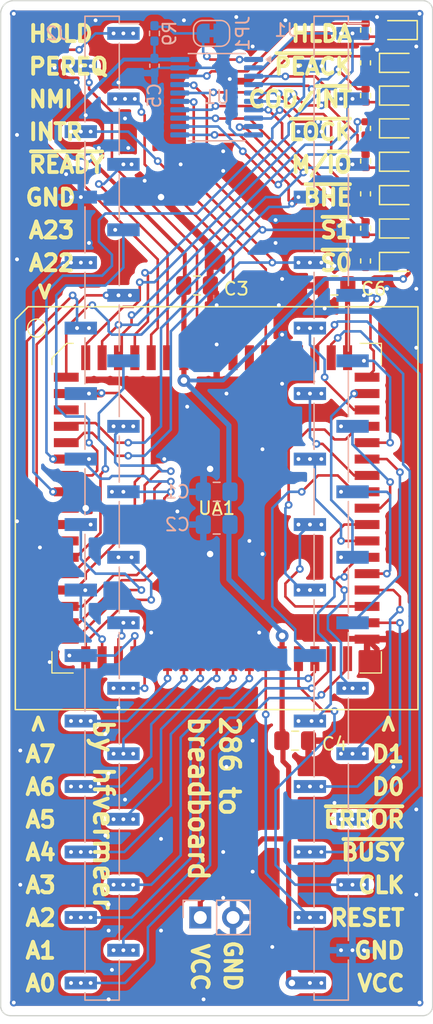
<source format=kicad_pcb>
(kicad_pcb (version 20240108) (generator "pcbnew") (generator_version "8.0")
  (layers (0 "F.Cu" signal) (31 "B.Cu" signal) (34 "B.Paste" user) (35 "F.Paste" user) (36 "B.SilkS" user "B.Silkscreen") (37 "F.SilkS" user "F.Silkscreen") (38 "B.Mask" user) (39 "F.Mask" user) (44 "Edge.Cuts" user))
  (net 0 "")
  (net 6 "/A20")
  (net 7 "/A3")
  (net 8 "/CLK")
  (net 9 "/HLDA")
  (net 10 "VCC")
  (net 11 "/~{BUSY}")
  (net 12 "/A6")
  (net 13 "/A10")
  (net 14 "/NMI")
  (net 15 "/~{LOCK}")
  (net 16 "/D10")
  (net 17 "/D8")
  (net 18 "GND")
  (net 19 "/A12")
  (net 20 "/RESET")
  (net 21 "/~{S1}")
  (net 22 "/~{ERROR}")
  (net 23 "/A16")
  (net 24 "/D11")
  (net 25 "/D5")
  (net 26 "/A21")
  (net 27 "/A0")
  (net 28 "/HOLD")
  (net 29 "/A1")
  (net 30 "/A13")
  (net 31 "/A18")
  (net 32 "/M{slash}~{IO}")
  (net 33 "/A14")
  (net 34 "/A22")
  (net 35 "/D12")
  (net 36 "/D7")
  (net 37 "/PEREQ")
  (net 38 "/A9")
  (net 39 "/D4")
  (net 40 "/D9")
  (net 41 "/~{S0}")
  (net 42 "/A2")
  (net 43 "/D0")
  (net 44 "/A11")
  (net 45 "/A7")
  (net 46 "/~{READY}")
  (net 47 "/COD{slash}~{INTA}")
  (net 48 "/A23")
  (net 49 "/D14")
  (net 50 "/A5")
  (net 51 "/A15")
  (net 52 "/D13")
  (net 53 "/A4")
  (net 54 "/D6")
  (net 55 "/A8")
  (net 56 "/INTR")
  (net 57 "/~{BHE}")
  (net 58 "/~{PEACK}")
  (net 59 "/D15")
  (net 60 "/A17")
  (net 61 "/D1")
  (net 62 "/D2")
  (net 63 "/D3")
  (net 64 "/A19")
  (net 65 "Net-(D1-A)")
  (net 66 "Net-(D2-K)")
  (net 67 "Net-(D3-K)")
  (net 68 "Net-(D4-K)")
  (net 69 "Net-(D5-K)")
  (net 70 "Net-(D6-K)")
  (net 71 "Net-(D7-K)")
  (net 72 "Net-(D8-K)")
  (net 73 "Net-(U1-1Y0)")
  (net 74 "Net-(U1-1Y1)")
  (net 75 "Net-(U1-1Y2)")
  (net 76 "Net-(U1-1Y3)")
  (net 77 "Net-(U1-2Y0)")
  (net 78 "Net-(U1-2Y1)")
  (net 79 "Net-(U1-2Y2)")
  (net 80 "Net-(U1-2Y3)")
  (net 81 "Net-(UA1-CAP)")
  (net 82 "/LED")
  (footprint "LED_SMD:LED_0603_1608Metric" (layer "F.Cu") (at 162.7125 61.01)
    (property "Reference" "D5" (hide yes))
    (property "Value" "HLDA" (hide yes))
  )
  (footprint "286_plcc_socket:PLCC-68_SMD-Socket" (layer "F.Cu") (at 148.59 87.884)
    (property "Reference" "UA1")
    (property "Value" "80286_PLCC" (hide yes))
  )
  (footprint "Capacitor_SMD:C_0805_2012Metric_Pad1.18x1.45mm_HandSolder" (layer "F.Cu") (at 154.686 105.918)
    (property "Reference" "C4")
    (property "Value" "C")
  )
  (footprint "Resistor_SMD:R_0402_1005Metric" (layer "F.Cu") (at 160.147 55.88 90)
    (property "Reference" "R3" (hide yes))
    (property "Value" "1k" (hide yes))
  )
  (footprint "Capacitor_SMD:C_0805_2012Metric_Pad1.18x1.45mm_HandSolder" (layer "F.Cu") (at 147.066 70.612)
    (property "Reference" "C3")
    (property "Value" "C")
  )
  (footprint "Capacitor_SMD:C_0805_2012Metric_Pad1.18x1.45mm_HandSolder" (layer "F.Cu") (at 157.734 70.612 180)
    (property "Reference" "C6")
    (property "Value" "C")
  )
  (footprint "Resistor_SMD:R_0402_1005Metric" (layer "F.Cu") (at 160.147 53.34 90)
    (property "Reference" "R2" (hide yes))
    (property "Value" "1k" (hide yes))
  )
  (footprint "Resistor_SMD:R_0402_1005Metric" (layer "F.Cu") (at 160.147 58.42 90)
    (property "Reference" "R4" (hide yes))
    (property "Value" "1k" (hide yes))
  )
  (footprint "Resistor_SMD:R_0402_1005Metric" (layer "F.Cu") (at 160.147 60.958 90)
    (property "Reference" "R5" (hide yes))
    (property "Value" "1k" (hide yes))
  )
  (footprint "LED_SMD:LED_0603_1608Metric" (layer "F.Cu") (at 162.7125 63.6)
    (property "Reference" "D6" (hide yes))
    (property "Value" "HLDA" (hide yes))
  )
  (footprint "LED_SMD:LED_0603_1608Metric" (layer "F.Cu") (at 162.7125 55.88)
    (property "Reference" "D3" (hide yes))
    (property "Value" "HLDA" (hide yes))
  )
  (footprint "Resistor_SMD:R_0402_1005Metric" (layer "F.Cu") (at 160.147 63.502 90)
    (property "Reference" "R6" (hide yes))
    (property "Value" "1k" (hide yes))
  )
  (footprint "LED_SMD:LED_0603_1608Metric" (layer "F.Cu") (at 162.7125 66.19)
    (property "Reference" "D7" (hide yes))
    (property "Value" "HLDA" (hide yes))
  )
  (footprint "LED_SMD:LED_0603_1608Metric" (layer "F.Cu") (at 162.7125 53.34)
    (property "Reference" "D2" (hide yes))
    (property "Value" "RED" (hide yes))
  )
  (footprint "Resistor_SMD:R_0402_1005Metric" (layer "F.Cu") (at 160.147 68.707 90)
    (property "Reference" "R8" (hide yes))
    (property "Value" "1k" (hide yes))
  )
  (footprint "LED_SMD:LED_0603_1608Metric" (layer "F.Cu") (at 162.7125 68.78)
    (property "Reference" "D8" (hide yes))
    (property "Value" "HLDA" (hide yes))
  )
  (footprint "Resistor_SMD:R_0402_1005Metric" (layer "F.Cu") (at 160.147 66.165 90)
    (property "Reference" "R7" (hide yes))
    (property "Value" "1k" (hide yes))
  )
  (footprint "LED_SMD:LED_0603_1608Metric" (layer "F.Cu") (at 162.7125 58.42)
    (property "Reference" "D4" (hide yes))
    (property "Value" "HLDA" (hide yes))
  )
  (footprint "Resistor_SMD:R_0402_1005Metric" (layer "F.Cu") (at 160.147 50.8 90)
    (property "Reference" "R1" (hide yes))
    (property "Value" "1k" (hide yes))
  )
  (footprint "LED_SMD:LED_0603_1608Metric" (layer "F.Cu") (at 162.6725 50.8 180)
    (property "Reference" "D1" (hide yes))
    (property "Value" "RED" (hide yes))
  )
  (footprint "Capacitor_SMD:C_0805_2012Metric_Pad1.18x1.45mm_HandSolder" (layer "B.Cu") (at 148.59 86.614 180)
    (property "Reference" "C1")
    (property "Value" "C")
  )
  (footprint "Connector_PinHeader_2.54mm:PinHeader_1x30_P2.54mm_Vertical_SMD_Pin1Left" (layer "B.Cu") (at 139.701 87.884 180)
    (property "Reference" "J2")
    (property "Value" "Conn_01x30")
  )
  (footprint "Connector_PinHeader_2.54mm:PinHeader_1x30_P2.54mm_Vertical_SMD_Pin1Left" (layer "B.Cu") (at 157.481 87.884 180)
    (property "Reference" "J1")
    (property "Value" "Conn_01x30")
  )
  (footprint "Package_SO:TSSOP-20_4.4x6.5mm_P0.65mm" (layer "B.Cu") (at 148.59 56.003 180)
    (property "Reference" "U1")
    (property "Value" "74HC244" (hide yes))
  )
  (footprint "Resistor_SMD:R_0402_1005Metric_Pad0.72x0.64mm_HandSolder" (layer "B.Cu") (at 143.764 51.054 90)
    (property "Reference" "R9")
    (property "Value" "1k")
  )
  (footprint "Jumper:SolderJumper-2_P1.3mm_Bridged_RoundedPad1.0x1.5mm" (layer "B.Cu") (at 148.194 51.054 180)
    (property "Reference" "JP1")
    (property "Value" "Bridged")
  )
  (footprint "Connector_PinHeader_2.54mm:PinHeader_1x02_P2.54mm_Vertical" (layer "B.Cu") (at 147.32 119.634 -90)
    (property "Reference" "J3" (hide yes))
    (property "Value" "Conn_01x02" (hide yes))
  )
  (footprint "Capacitor_SMD:C_0805_2012Metric_Pad1.18x1.45mm_HandSolder" (layer "B.Cu") (at 148.59 89.154 180)
    (property "Reference" "C2")
    (property "Value" "C")
  )
  (footprint "Capacitor_SMD:C_0402_1005Metric_Pad0.74x0.62mm_HandSolder" (layer "B.Cu") (at 143.764 53.566 -90)
    (property "Reference" "C5")
    (property "Value" "C")
  )
  (gr_line (start 132.588 127.254) (end 164.592 127.254) (stroke (width 0.1)) (layer "Edge.Cuts"))
  (gr_arc (start 164.592 48.514) (mid 165.130815 48.737185) (end 165.354 49.276) (stroke (width 0.1)) (layer "Edge.Cuts"))
  (gr_line (start 131.826 49.53) (end 131.826 126.492) (stroke (width 0.1)) (layer "Edge.Cuts"))
  (gr_line (start 165.354 126.492) (end 165.354 49.276) (stroke (width 0.1)) (layer "Edge.Cuts"))
  (gr_line (start 164.592 48.514) (end 132.842 48.514) (stroke (width 0.1)) (layer "Edge.Cuts"))
  (gr_arc (start 165.354 126.492) (mid 165.130815 127.030815) (end 164.592 127.254) (stroke (width 0.1)) (layer "Edge.Cuts"))
  (gr_arc (start 131.826 49.53) (mid 132.12358 48.81158) (end 132.842 48.514) (stroke (width 0.1)) (layer "Edge.Cuts"))
  (gr_arc (start 132.588 127.254) (mid 132.049185 127.030815) (end 131.826 126.492) (stroke (width 0.1)) (layer "Edge.Cuts"))
  (gr_text "D0" (at 163.322 110.236 0) (layer "F.SilkS") (effects (font (size 1.25 1.25) (thickness 0.3) (bold yes)) (justify right bottom)))
  (gr_text "A1" (at 133.604 122.936 0) (layer "F.SilkS") (effects (font (size 1.25 1.25) (thickness 0.3) (bold yes)) (justify left bottom)))
  (gr_text "~{PEACK}" (at 159.258 54.356 0) (layer "F.SilkS") (effects (font (size 1.25 1.25) (thickness 0.3) (bold yes)) (justify right bottom)))
  (gr_text ">" (at 162.56 103.632 90) (layer "F.SilkS") (effects (font (size 1.25 1.25) (thickness 0.3) (bold yes)) (justify right bottom)))
  (gr_text "CLK" (at 163.322 117.856 0) (layer "F.SilkS") (effects (font (size 1.25 1.25) (thickness 0.3) (bold yes)) (justify right bottom)))
  (gr_text "GND" (at 149.098 125.476 -90) (layer "F.SilkS") (effects (font (size 1.25 1.25) (thickness 0.3) (bold yes)) (justify right bottom)))
  (gr_text "NMI" (at 133.858 56.896 0) (layer "F.SilkS") (effects (font (size 1.25 1.25) (thickness 0.3) (bold yes)) (justify left bottom)))
  (gr_text "GND" (at 133.604 64.516 0) (layer "F.SilkS") (effects (font (size 1.25 1.25) (thickness 0.3) (bold yes)) (justify left bottom)))
  (gr_text "~{ERROR}" (at 163.322 112.776 0) (layer "F.SilkS") (effects (font (size 1.25 1.25) (thickness 0.3) (bold yes)) (justify right bottom)))
  (gr_text "HOLD" (at 133.858 51.816 0) (layer "F.SilkS") (effects (font (size 1.25 1.25) (thickness 0.3) (bold yes)) (justify left bottom)))
  (gr_text "A2" (at 133.604 120.396 0) (layer "F.SilkS") (effects (font (size 1.25 1.25) (thickness 0.3) (bold yes)) (justify left bottom)))
  (gr_text "A22" (at 133.858 69.596 0) (layer "F.SilkS") (effects (font (size 1.25 1.25) (thickness 0.3) (bold yes)) (justify left bottom)))
  (gr_text "A4" (at 133.604 115.316 0) (layer "F.SilkS") (effects (font (size 1.25 1.25) (thickness 0.3) (bold yes)) (justify left bottom)))
  (gr_text "RESET" (at 163.322 120.396 0) (layer "F.SilkS") (effects (font (size 1.25 1.25) (thickness 0.3) (bold yes)) (justify right bottom)))
  (gr_text "PEREQ" (at 133.858 54.356 0) (layer "F.SilkS") (effects (font (size 1.25 1.25) (thickness 0.3) (bold yes)) (justify left bottom)))
  (gr_text "~{S0}" (at 159.258 69.596 0) (layer "F.SilkS") (effects (font (size 1.25 1.25) (thickness 0.3) (bold yes)) (justify right bottom)))
  (gr_text "M/~{IO}" (at 159.258 61.976 0) (layer "F.SilkS") (effects (font (size 1.25 1.25) (thickness 0.3) (bold yes)) (justify right bottom)))
  (gr_text "INTR" (at 133.858 59.436 0) (layer "F.SilkS") (effects (font (size 1.25 1.25) (thickness 0.3) (bold yes)) (justify left bottom)))
  (gr_text "COD/~{INT}" (at 159.258 56.896 0) (layer "F.SilkS") (effects (font (size 1.25 1.25) (thickness 0.3) (bold yes)) (justify right bottom)))
  (gr_text "A7" (at 133.604 107.696 0) (layer "F.SilkS") (effects (font (size 1.25 1.25) (thickness 0.3) (bold yes)) (justify left bottom)))
  (gr_text "VCC" (at 146.558 125.476 -90) (layer "F.SilkS") (effects (font (size 1.25 1.25) (thickness 0.3) (bold yes)) (justify right bottom)))
  (gr_text "HLDA" (at 159.258 51.816 0) (layer "F.SilkS") (effects (font (size 1.25 1.25) (thickness 0.3) (bold yes)) (justify right bottom)))
  (gr_text "~{LOCK}" (at 159.258 59.436 0) (layer "F.SilkS") (effects (font (size 1.25 1.25) (thickness 0.3) (bold yes)) (justify right bottom)))
  (gr_text "A6" (at 133.604 110.236 0) (layer "F.SilkS") (effects (font (size 1.25 1.25) (thickness 0.3) (bold yes)) (justify left bottom)))
  (gr_text "~{BHE}" (at 159.258 64.516 0) (layer "F.SilkS") (effects (font (size 1.25 1.25) (thickness 0.3) (bold yes)) (justify right bottom)))
  (gr_text "~{S1}" (at 159.258 67.056 0) (layer "F.SilkS") (effects (font (size 1.25 1.25) (thickness 0.3) (bold yes)) (justify right bottom)))
  (gr_text "by hfvermeer" (at 138.938 104.14 270) (layer "F.SilkS") (effects (font (size 1.5 1.5) (thickness 0.3) (bold yes)) (justify left bottom)))
  (gr_text "A3" (at 133.604 117.856 0) (layer "F.SilkS") (effects (font (size 1.25 1.25) (thickness 0.3) (bold yes)) (justify left bottom)))
  (gr_text "A5" (at 133.604 112.776 0) (layer "F.SilkS") (effects (font (size 1.25 1.25) (thickness 0.3) (bold yes)) (justify left bottom)))
  (gr_text "286 to \nbreadboard" (at 146.304 103.886 270) (layer "F.SilkS") (effects (font (size 1.5 1.5) (thickness 0.3) (bold yes)) (justify left bottom)))
  (gr_text "D1" (at 163.322 107.696 0) (layer "F.SilkS") (effects (font (size 1.25 1.25) (thickness 0.3) (bold yes)) (justify right bottom)))
  (gr_text "~{BUSY}" (at 163.322 115.316 0) (layer "F.SilkS") (effects (font (size 1.25 1.25) (thickness 0.3) (bold yes)) (justify right bottom)))
  (gr_text "GND" (at 163.322 122.936 0) (layer "F.SilkS") (effects (font (size 1.25 1.25) (thickness 0.3) (bold yes)) (justify right bottom)))
  (gr_text ">" (at 135.382 103.632 90) (layer "F.SilkS") (effects (font (size 1.25 1.25) (thickness 0.3) (bold yes)) (justify right bottom)))
  (gr_text "<" (at 135.89 70.104 90) (layer "F.SilkS") (effects (font (size 1.25 1.25) (thickness 0.3) (bold yes)) (justify right bottom)))
  (gr_text "VCC" (at 163.322 125.476 0) (layer "F.SilkS") (effects (font (size 1.25 1.25) (thickness 0.3) (bold yes)) (justify right bottom)))
  (gr_text "A23" (at 133.858 67.056 0) (layer "F.SilkS") (effects (font (size 1.25 1.25) (thickness 0.3) (bold yes)) (justify left bottom)))
  (gr_text "~{READY}" (at 133.858 61.976 0) (layer "F.SilkS") (effects (font (size 1.25 1.25) (thickness 0.3) (bold yes)) (justify left bottom)))
  (gr_text "A0" (at 133.604 125.476 0) (layer "F.SilkS") (effects (font (size 1.25 1.25) (thickness 0.3) (bold yes)) (justify left bottom)))
  (segment (start 133.858 87.977) (end 136.305 90.424) (width 0.2) (layer "F.Cu") (net 6))
  (segment (start 137.75453 73.914) (end 138.684 73.914) (width 0.6) (layer "F.Cu") (net 6))
  (segment (start 133.858 74.93) (end 133.858 87.977) (width 0.2) (layer "F.Cu") (net 6))
  (segment (start 136.305 90.424) (end 136.9175 90.424) (width 0.2) (layer "F.Cu") (net 6))
  (segment (start 137.414 71.374) (end 133.858 74.93) (width 0.2) (layer "F.Cu") (net 6))
  (via (at 137.75453 73.914) (size 0.6) (drill 0.3) (layers "F.Cu" "B.Cu") (net 6))
  (via (at 138.684 73.914) (size 0.6) (drill 0.3) (layers "F.Cu" "B.Cu") (net 6))
  (via (at 137.414 71.374) (size 0.6) (drill 0.3) (layers "F.Cu" "B.Cu") (net 6))
  (segment (start 137.75453 73.914) (end 137.75453 71.71453) (width 0.2) (layer "B.Cu") (net 6))
  (segment (start 137.75453 71.71453) (end 137.414 71.374) (width 0.2) (layer "B.Cu") (net 6))
  (segment (start 140.589 117.094) (end 142.113 117.094) (width 0.6) (layer "F.Cu") (net 7))
  (segment (start 151.13 99.5565) (end 151.13 101.092) (width 0.2) (layer "F.Cu") (net 7))
  (via (at 151.13 101.092) (size 0.6) (drill 0.3) (layers "F.Cu" "B.Cu") (net 7))
  (via (at 142.113 117.094) (size 0.6) (drill 0.3) (layers "F.Cu" "B.Cu") (net 7))
  (via (at 140.589 117.094) (size 0.6) (drill 0.3) (layers "F.Cu" "B.Cu") (net 7))
  (via (at 141.351 117.094) (size 0.6) (drill 0.3) (layers "F.Cu" "B.Cu") (net 7))
  (segment (start 145.796 105.664) (end 145.796 114.808) (width 0.2) (layer "B.Cu") (net 7))
  (segment (start 148.844 102.616) (end 145.796 105.664) (width 0.2) (layer "B.Cu") (net 7))
  (segment (start 151.13 101.092) (end 149.606 102.616) (width 0.2) (layer "B.Cu") (net 7))
  (segment (start 149.606 102.616) (end 148.844 102.616) (width 0.2) (layer "B.Cu") (net 7))
  (segment (start 143.51 117.094) (end 141.351 117.094) (width 0.2) (layer "B.Cu") (net 7))
  (segment (start 145.796 114.808) (end 143.51 117.094) (width 0.2) (layer "B.Cu") (net 7))
  (segment (start 156.885471 103.632) (end 154.94 101.686529) (width 0.2) (layer "F.Cu") (net 8))
  (segment (start 154.94 101.686529) (end 154.94 99.5565) (width 0.2) (layer "F.Cu") (net 8))
  (segment (start 158.242 117.094) (end 160.02 117.094) (width 0.6) (layer "F.Cu") (net 8))
  (segment (start 157.734 103.632) (end 156.885471 103.632) (width 0.2) (layer "F.Cu") (net 8))
  (via (at 160.02 117.094) (size 0.6) (drill 0.3) (layers "F.Cu" "B.Cu") (net 8))
  (via (at 158.242 117.094) (size 0.6) (drill 0.3) (layers "F.Cu" "B.Cu") (net 8))
  (via (at 157.734 103.632) (size 0.6) (drill 0.3) (layers "F.Cu" "B.Cu") (net 8))
  (via (at 159.131 117.094) (size 0.6) (drill 0.3) (layers "F.Cu" "B.Cu") (net 8))
  (segment (start 154.686 117.094) (end 159.131 117.094) (width 0.2) (layer "B.Cu") (net 8))
  (segment (start 157.734 103.632) (end 157.734 105.156) (width 0.2) (layer "B.Cu") (net 8))
  (segment (start 153.162 115.57) (end 154.686 117.094) (width 0.2) (layer "B.Cu") (net 8))
  (segment (start 153.162 109.728) (end 153.162 115.57) (width 0.2) (layer "B.Cu") (net 8))
  (segment (start 157.734 105.156) (end 153.162 109.728) (width 0.2) (layer "B.Cu") (net 8))
  (segment (start 143.256 69.85) (end 143.256 73.406) (width 0.2) (layer "F.Cu") (net 9))
  (segment (start 143.030843 69.624843) (end 143.256 69.85) (width 0.2) (layer "F.Cu") (net 9))
  (segment (start 143.256 73.406) (end 142.24 74.422) (width 0.2) (layer "F.Cu") (net 9))
  (segment (start 158.242 51.054) (end 159.131 51.054) (width 0.6) (layer "F.Cu") (net 9))
  (segment (start 142.24 74.422) (end 142.24 76.2115) (width 0.2) (layer "F.Cu") (net 9))
  (via (at 143.030843 69.624843) (size 0.6) (drill 0.3) (layers "F.Cu" "B.Cu") (net 9))
  (via (at 158.242 51.054) (size 0.6) (drill 0.3) (layers "F.Cu" "B.Cu") (net 9))
  (via (at 159.131 51.054) (size 0.6) (drill 0.3) (layers "F.Cu" "B.Cu") (net 9))
  (segment (start 154.863999 51.054) (end 159.131 51.054) (width 0.2) (layer "B.Cu") (net 9))
  (segment (start 152.189999 53.728) (end 154.863999 51.054) (width 0.2) (layer "B.Cu") (net 9))
  (segment (start 157.734 55.372) (end 156.845 55.372) (width 0.2) (layer "B.Cu") (net 9))
  (segment (start 156.845 55.372) (end 154.178 58.039) (width 0.2) (layer "B.Cu") (net 9))
  (segment (start 159.131 51.054) (end 159.131 53.975) (width 0.2) (layer "B.Cu") (net 9))
  (segment (start 143.481157 69.624843) (end 143.030843 69.624843) (width 0.2) (layer "B.Cu") (net 9))
  (segment (start 154.178 58.928) (end 143.481157 69.624843) (width 0.2) (layer "B.Cu") (net 9))
  (segment (start 159.131 53.975) (end 157.734 55.372) (width 0.2) (layer "B.Cu") (net 9))
  (segment (start 154.178 58.039) (end 154.178 58.928) (width 0.2) (layer "B.Cu") (net 9))
  (segment (start 151.4525 53.728) (end 152.189999 53.728) (width 0.2) (layer "B.Cu") (net 9))
  (segment (start 146.05 76.2115) (end 146.05 70.678) (width 0.4) (layer "F.Cu") (net 10))
  (segment (start 153.67 105.09) (end 153.736 105.156) (width 0.4) (layer "F.Cu") (net 10))
  (segment (start 163.5 63.6) (end 163.5 66.19) (width 0.3) (layer "F.Cu") (net 10))
  (segment (start 147.32 118.364) (end 147.32 119.634) (width 0.4) (layer "F.Cu") (net 10))
  (segment (start 152.146 113.538) (end 147.32 118.364) (width 0.4) (layer "F.Cu") (net 10))
  (segment (start 163.5 68.78) (end 163.5 69.672) (width 0.3) (layer "F.Cu") (net 10))
  (segment (start 163.5 58.42) (end 163.5 61.01) (width 0.3) (layer "F.Cu") (net 10))
  (segment (start 154.178 107.95) (end 153.736 107.508) (width 0.4) (layer "F.Cu") (net 10))
  (segment (start 156.718 124.714) (end 155.826 124.714) (width 0.6) (layer "F.Cu") (net 10))
  (segment (start 153.67 99.5565) (end 153.67 97.79) (width 0.4) (layer "F.Cu") (net 10))
  (segment (start 154.178 113.538) (end 154.178 124.46) (width 0.4) (layer "F.Cu") (net 10))
  (segment (start 163.5 55.88) (end 163.5 58.42) (width 0.3) (layer "F.Cu") (net 10))
  (segment (start 163.5 61.01) (end 163.5 63.6) (width 0.3) (layer "F.Cu") (net 10))
  (segment (start 146.05 70.678) (end 146.116 70.612) (width 0.4) (layer "F.Cu") (net 10))
  (segment (start 138.622 60.706) (end 138.684 60.706) (width 0.3) (layer "F.Cu") (net 10))
  (segment (start 154.178 113.538) (end 154.178 107.95) (width 0.4) (layer "F.Cu") (net 10))
  (segment (start 154.178 124.46) (end 154.432 124.714) (width 0.4) (layer "F.Cu") (net 10))
  (segment (start 153.67 99.5565) (end 153.67 105.09) (width 0.4) (layer "F.Cu") (net 10))
  (segment (start 138.684 60.706) (end 146.116 68.138) (width 0.3) (layer "F.Cu") (net 10))
  (segment (start 154.178 113.538) (end 152.146 113.538) (width 0.4) (layer "F.Cu") (net 10))
  (segment (start 163.5 53.34) (end 163.5 55.88) (width 0.3) (layer "F.Cu") (net 10))
  (segment (start 153.736 107.508) (end 153.736 105.156) (width 0.4) (layer "F.Cu") (net 10))
  (segment (start 163.5 69.672) (end 163.068 70.104) (width 0.3) (layer "F.Cu") (net 10))
  (segment (start 146.116 68.138) (end 146.116 70.612) (width 0.3) (layer "F.Cu") (net 10))
  (segment (start 146.05 76.2115) (end 146.05 77.978) (width 0.4) (layer "F.Cu") (net 10))
  (segment (start 163.5 66.19) (end 163.5 68.78) (width 0.3) (layer "F.Cu") (net 10))
  (segment (start 155.826 124.714) (end 154.432 124.714) (width 0.6) (layer "F.Cu") (net 10))
  (via (at 146.05 77.978) (size 1) (drill 0.5) (layers "F.Cu" "B.Cu") (net 10))
  (via (at 163.068 70.104) (size 0.6) (drill 0.3) (layers "F.Cu" "B.Cu") (net 10))
  (via (at 153.67 97.79) (size 1) (drill 0.5) (layers "F.Cu" "B.Cu") (net 10))
  (via (at 138.622 60.706) (size 0.8) (drill 0.4) (layers "F.Cu" "B.Cu") (net 10))
  (via (at 155.826 124.714) (size 0.6) (drill 0.3) (layers "F.Cu" "B.Cu") (net 10))
  (via (at 154.432 124.714) (size 1) (drill 0.5) (layers "F.Cu" "B.Cu") (net 10))
  (via (at 156.718 124.714) (size 0.6) (drill 0.3) (layers "F.Cu" "B.Cu") (net 10))
  (segment (start 156.972 70.104) (end 149.098 77.978) (width 0.3) (layer "B.Cu") (net 10))
  (segment (start 146.05 77.978) (end 149.54 81.468) (width 0.4) (layer "B.Cu") (net 10))
  (segment (start 153.67 97.536) (end 149.54 93.406) (width 0.4) (layer "B.Cu") (net 10))
  (segment (start 145.7275 53.078) (end 143.954 53.078) (width 0.3) (layer "B.Cu") (net 10))
  (segment (start 136.144 59.436) (end 136.144 58.323239) (width 0.3) (layer "B.Cu") (net 10))
  (segment (start 141.381239 53.086) (end 143.764 53.086) (width 0.3) (layer "B.Cu") (net 10))
  (segment (start 136.144 58.323239) (end 141.381239 53.086) (width 0.3) (layer "B.Cu") (net 10))
  (segment (start 149.54 93.406) (end 149.54 89.154) (width 0.4) (layer "B.Cu") (net 10))
  (segment (start 143.764 51.564) (end 143.764 52.888) (width 0.2) (layer "B.Cu") (net 10))
  (segment (start 163.068 70.104) (end 156.972 70.104) (width 0.3) (layer "B.Cu") (net 10))
  (segment (start 149.54 81.468) (end 149.54 89.154) (width 0.4) (layer "B.Cu") (net 10))
  (segment (start 149.098 77.978) (end 146.05 77.978) (width 0.3) (layer "B.Cu") (net 10))
  (segment (start 153.67 97.79) (end 153.67 97.536) (width 0.4) (layer "B.Cu") (net 10))
  (segment (start 138.622 60.706) (end 137.414 60.706) (width 0.3) (layer "B.Cu") (net 10))
  (segment (start 137.414 60.706) (end 136.144 59.436) (width 0.3) (layer "B.Cu") (net 10))
  (segment (start 143.954 53.078) (end 143.764 52.888) (width 0.2) (layer "B.Cu") (net 10))
  (segment (start 156.21 76.2115) (end 156.21 75.438) (width 0.2) (layer "F.Cu") (net 11))
  (segment (start 154.94 114.554) (end 156.718 114.554) (width 0.6) (layer "F.Cu") (net 11))
  (segment (start 157.734 73.914) (end 157.734 73.66) (width 0.2) (layer "F.Cu") (net 11))
  (segment (start 156.21 75.438) (end 157.734 73.914) (width 0.2) (layer "F.Cu") (net 11))
  (via (at 157.734 73.66) (size 0.6) (drill 0.3) (layers "F.Cu" "B.Cu") (net 11))
  (via (at 154.94 114.554) (size 0.6) (drill 0.3) (layers "F.Cu" "B.Cu") (net 11))
  (via (at 156.718 114.554) (size 0.6) (drill 0.3) (layers "F.Cu" "B.Cu") (net 11))
  (via (at 155.831 114.554) (size 0.6) (drill 0.3) (layers "F.Cu" "B.Cu") (net 11))
  (segment (start 157.988 73.406) (end 160.274 73.406) (width 0.2) (layer "B.Cu") (net 11))
  (segment (start 157.734 73.66) (end 157.988 73.406) (width 0.2) (layer "B.Cu") (net 11))
  (segment (start 164.338 77.47) (end 164.338 109.474) (width 0.2) (layer "B.Cu") (net 11))
  (segment (start 160.274 73.406) (end 164.338 77.47) (width 0.2) (layer "B.Cu") (net 11))
  (segment (start 159.258 114.554) (end 155.831 114.554) (width 0.2) (layer "B.Cu") (net 11))
  (segment (start 164.338 109.474) (end 159.258 114.554) (width 0.2) (layer "B.Cu") (net 11))
  (segment (start 137.287 109.474) (end 138.811 109.474) (width 0.6) (layer "F.Cu") (net 12))
  (segment (start 147.32 99.5565) (end 147.32 101.092) (width 0.2) (layer "F.Cu") (net 12))
  (via (at 138.051 109.474) (size 0.6) (drill 0.3) (layers "F.Cu" "B.Cu") (net 12))
  (via (at 138.811 109.474) (size 0.6) (drill 0.3) (layers "F.Cu" "B.Cu") (net 12))
  (via (at 137.287 109.474) (size 0.6) (drill 0.3) (layers "F.Cu" "B.Cu") (net 12))
  (via (at 147.32 101.092) (size 0.6) (drill 0.3) (layers "F.Cu" "B.Cu") (net 12))
  (segment (start 147.32 101.092) (end 147.066 101.092) (width 0.2) (layer "B.Cu") (net 12))
  (segment (start 141.1695 109.474) (end 138.811 109.474) (width 0.2) (layer "B.Cu") (net 12))
  (segment (start 143.51 104.648) (end 143.51 107.1335) (width 0.2) (layer "B.Cu") (net 12))
  (segment (start 147.066 101.092) (end 143.51 104.648) (width 0.2) (layer "B.Cu") (net 12))
  (segment (start 143.51 107.1335) (end 141.1695 109.474) (width 0.2) (layer "B.Cu") (net 12))
  (segment (start 138.811 109.474) (end 138.051 109.474) (width 0.2) (layer "B.Cu") (net 12))
  (segment (start 142.24 99.5565) (end 142.24 97.79) (width 0.2) (layer "F.Cu") (net 13))
  (via (at 137.16 99.314) (size 0.6) (drill 0.3) (layers "F.Cu" "B.Cu") (net 13))
  (via (at 142.24 97.79) (size 0.6) (drill 0.3) (layers "F.Cu" "B.Cu") (net 13))
  (segment (start 142.24 97.79) (end 140.716 99.314) (width 0.2) (layer "B.Cu") (net 13))
  (segment (start 140.716 99.314) (end 138.051 99.314) (width 0.2) (layer "B.Cu") (net 13))
  (segment (start 143.002 57.404) (end 143.002 61.214) (width 0.2) (layer "F.Cu") (net 14))
  (segment (start 142.748 57.15) (end 143.002 57.404) (width 0.2) (layer "F.Cu") (net 14))
  (segment (start 149.86 68.072) (end 149.86 76.2115) (width 0.2) (layer "F.Cu") (net 14))
  (segment (start 142.24 56.134) (end 140.716 56.134) (width 0.6) (layer "F.Cu") (net 14))
  (segment (start 143.002 61.214) (end 149.86 68.072) (width 0.2) (layer "F.Cu") (net 14))
  (via (at 142.24 56.134) (size 0.6) (drill 0.3) (layers "F.Cu" "B.Cu") (net 14))
  (via (at 142.748 57.15) (size 0.6) (drill 0.3) (layers "F.Cu" "B.Cu") (net 14))
  (via (at 140.716 56.134) (size 0.6) (drill 0.3) (layers "F.Cu" "B.Cu") (net 14))
  (via (at 141.478 56.134) (size 0.6) (drill 0.3) (layers "F.Cu" "B.Cu") (net 14))
  (segment (start 142.24 56.134) (end 141.478 56.134) (width 0.2) (layer "B.Cu") (net 14))
  (segment (start 141.478 56.134) (end 141.351 56.134) (width 0.2) (layer "B.Cu") (net 14))
  (segment (start 142.748 56.642) (end 142.24 56.134) (width 0.2) (layer "B.Cu") (net 14))
  (segment (start 142.748 57.15) (end 142.748 56.642) (width 0.2) (layer "B.Cu") (net 14))
  (segment (start 142.621 71.755) (end 142.113 72.263) (width 0.2) (layer "F.Cu") (net 15))
  (segment (start 138.43 75.184) (end 138.43 76.2115) (width 0.2) (layer "F.Cu") (net 15))
  (segment (start 142.113 72.263) (end 141.351 72.263) (width 0.2) (layer "F.Cu") (net 15))
  (segment (start 153.477 57.002471) (end 153.776471 57.002471) (width 0.2) (layer "F.Cu") (net 15))
  (segment (start 142.621 70.358) (end 142.621 71.755) (width 0.2) (layer "F.Cu") (net 15))
  (segment (start 154.94 58.674) (end 156.718 58.674) (width 0.6) (layer "F.Cu") (net 15))
  (segment (start 154.686 57.912) (end 156.464 57.912) (width 0.2) (layer "F.Cu") (net 15))
  (segment (start 153.776471 57.002471) (end 154.686 57.912) (width 0.2) (layer "F.Cu") (net 15))
  (segment (start 141.351 72.263) (end 138.43 75.184) (width 0.2) (layer "F.Cu") (net 15))
  (via (at 153.477 57.002471) (size 0.6) (drill 0.3) (layers "F.Cu" "B.Cu") (net 15))
  (via (at 142.621 70.358) (size 0.6) (drill 0.3) (layers "F.Cu" "B.Cu") (net 15))
  (via (at 156.718 58.674) (size 0.6) (drill 0.3) (layers "F.Cu" "B.Cu") (net 15))
  (via (at 154.94 58.674) (size 0.6) (drill 0.3) (layers "F.Cu" "B.Cu") (net 15))
  (via (at 155.826 58.674) (size 0.6) (drill 0.3) (layers "F.Cu" "B.Cu") (net 15))
  (via (at 156.464 57.912) (size 0.6) (drill 0.3) (layers "F.Cu" "B.Cu") (net 15))
  (segment (start 155.826 58.674) (end 155.831 58.674) (width 0.2) (layer "B.Cu") (net 15))
  (segment (start 155.831 58.674) (end 156.464 58.041) (width 0.2) (layer "B.Cu") (net 15))
  (segment (start 155.448 58.674) (end 143.764 70.358) (width 0.2) (layer "B.Cu") (net 15))
  (segment (start 156.464 58.041) (end 156.464 57.912) (width 0.2) (layer "B.Cu") (net 15))
  (segment (start 155.826 58.674) (end 155.448 58.674) (width 0.2) (layer "B.Cu") (net 15))
  (segment (start 151.4825 57.658) (end 151.4525 57.628) (width 0.2) (layer "B.Cu") (net 15))
  (segment (start 152.821471 57.658) (end 151.4825 57.658) (width 0.2) (layer "B.Cu") (net 15))
  (segment (start 143.764 70.358) (end 142.621 70.358) (width 0.2) (layer "B.Cu") (net 15))
  (segment (start 153.477 57.002471) (end 152.821471 57.658) (width 0.2) (layer "B.Cu") (net 15))
  (segment (start 154.94 84.074) (end 156.718 84.074) (width 0.6) (layer "F.Cu") (net 16))
  (segment (start 158.242 90.424) (end 160.2625 90.424) (width 0.2) (layer "F.Cu") (net 16))
  (via (at 158.242 90.424) (size 0.6) (drill 0.3) (layers "F.Cu" "B.Cu") (net 16))
  (via (at 154.94 84.074) (size 0.6) (drill 0.3) (layers "F.Cu" "B.Cu") (net 16))
  (via (at 155.831 84.074) (size 0.6) (drill 0.3) (layers "F.Cu" "B.Cu") (net 16))
  (via (at 156.718 84.074) (size 0.6) (drill 0.3) (layers "F.Cu" "B.Cu") (net 16))
  (segment (start 158.242 90.424) (end 158.242 89.154) (width 0.2) (layer "B.Cu") (net 16))
  (segment (start 158.242 89.154) (end 156.21 87.122) (width 0.2) (layer "B.Cu") (net 16))
  (segment (start 156.21 87.122) (end 156.21 84.453) (width 0.2) (layer "B.Cu") (net 16))
  (segment (start 156.21 84.453) (end 155.831 84.074) (width 0.2) (layer "B.Cu") (net 16))
  (segment (start 154.94 89.154) (end 156.718 89.154) (width 0.6) (layer "F.Cu") (net 17))
  (segment (start 153.924 94.742) (end 154.686 95.504) (width 0.2) (layer "F.Cu") (net 17))
  (segment (start 155.047765 92.602235) (end 153.924 93.726) (width 0.2) (layer "F.Cu") (net 17))
  (segment (start 154.686 95.504) (end 160.2625 95.504) (width 0.2) (layer "F.Cu") (net 17))
  (segment (start 153.924 93.726) (end 153.924 94.742) (width 0.2) (layer "F.Cu") (net 17))
  (via (at 155.047765 92.602235) (size 0.6) (drill 0.3) (layers "F.Cu" "B.Cu") (net 17))
  (via (at 154.94 89.154) (size 0.6) (drill 0.3) (layers "F.Cu" "B.Cu") (net 17))
  (via (at 156.718 89.154) (size 0.6) (drill 0.3) (layers "F.Cu" "B.Cu") (net 17))
  (via (at 155.831 89.154) (size 0.6) (drill 0.3) (layers "F.Cu" "B.Cu") (net 17))
  (segment (start 155.047765 89.937235) (end 155.831 89.154) (width 0.2) (layer "B.Cu") (net 17))
  (segment (start 155.047765 92.602235) (end 155.047765 89.937235) (width 0.2) (layer "B.Cu") (net 17))
  (segment (start 147.574 85.344) (end 148.082 84.836) (width 0.4) (layer "F.Cu") (net 18))
  (segment (start 160.02 122.174) (end 158.242 122.174) (width 0.6) (layer "F.Cu") (net 18))
  (segment (start 136.9175 87.884) (end 138.43 87.884) (width 0.4) (layer "F.Cu") (net 18))
  (segment (start 148.59 75.184) (end 148.59 72.136) (width 0.4) (layer "F.Cu") (net 18))
  (segment (start 147.574 90.932) (end 147.574 85.344) (width 0.4) (layer "F.Cu") (net 18))
  (segment (start 160.2625 98.044) (end 155.448 98.044) (width 0.4) (layer "F.Cu") (net 18))
  (segment (start 151.3975 54.5965) (end 154.114 51.88) (width 0.2) (layer "F.Cu") (net 18))
  (segment (start 148.082 91.44) (end 147.574 90.932) (width 0.4) (layer "F.Cu") (net 18))
  (segment (start 157.988 105.918) (end 161.036 102.87) (width 0.4) (layer "F.Cu") (net 18))
  (segment (start 148.59 72.136) (end 148.59 71.186) (width 0.4) (layer "F.Cu") (net 18))
  (segment (start 155.7235 105.918) (end 157.988 105.918) (width 0.4) (layer "F.Cu") (net 18))
  (segment (start 163.46 51.484) (end 163.46 50.8) (width 0.2) (layer "F.Cu") (net 18))
  (segment (start 148.59 71.186) (end 148.016 70.612) (width 0.4) (layer "F.Cu") (net 18))
  (segment (start 149.606 54.5965) (end 151.3975 54.5965) (width 0.2) (layer "F.Cu") (net 18))
  (segment (start 161.036 102.87) (end 161.036 98.8175) (width 0.4) (layer "F.Cu") (net 18))
  (segment (start 148.59 76.2115) (end 148.59 75.184) (width 0.4) (layer "F.Cu") (net 18))
  (segment (start 148.016 67.498) (end 148.016 70.612) (width 0.4) (layer "F.Cu") (net 18))
  (segment (start 148.59 84.328) (end 148.59 76.2115) (width 0.4) (layer "F.Cu") (net 18))
  (segment (start 163.064 51.88) (end 163.46 51.484) (width 0.2) (layer "F.Cu") (net 18))
  (segment (start 137.287 63.754) (end 138.051 63.754) (width 0.6) (layer "F.Cu") (net 18))
  (segment (start 148.844 91.44) (end 148.082 91.44) (width 0.4) (layer "F.Cu") (net 18))
  (segment (start 155.448 98.044) (end 148.844 91.44) (width 0.4) (layer "F.Cu") (net 18))
  (segment (start 148.082 84.836) (end 148.59 84.328) (width 0.4) (layer "F.Cu") (net 18))
  (segment (start 154.114 51.88) (end 163.064 51.88) (width 0.2) (layer "F.Cu") (net 18))
  (segment (start 144.272 63.754) (end 148.016 67.498) (width 0.4) (layer "F.Cu") (net 18))
  (segment (start 161.036 98.8175) (end 160.2625 98.044) (width 0.4) (layer "F.Cu") (net 18))
  (via (at 146.304 80.01) (size 0.6) (drill 0.3) (layers "F.Cu" "B.Cu") (net 18))
  (via (at 138.051 63.754) (size 0.6) (drill 0.3) (layers "F.Cu" "B.Cu") (net 18))
  (via (at 158.75 67.818) (size 0.6) (drill 0.3) (layers "F.Cu" "B.Cu") (net 18))
  (via (at 140.208 120.65) (size 0.6) (drill 0.3) (layers "F.Cu" "B.Cu") (net 18))
  (via (at 164.338 126.238) (size 0.6) (drill 0.3) (layers "F.Cu" "B.Cu") (net 18))
  (via (at 148.082 84.836) (size 1) (drill 0.5) (layers "F.Cu" "B.Cu") (net 18))
  (via (at 153.416 72.136) (size 0.6) (drill 0.3) (layers "F.Cu" "B.Cu") (net 18))
  (via (at 140.97 103.378) (size 0.6) (drill 0.3) (layers "F.Cu" "B.Cu") (net 18))
  (via (at 146.05 50.038) (size 0.6) (drill 0.3) (layers "F.Cu" "B.Cu") (net 18))
  (via (at 133.35 106.68) (size 0.6) (drill 0.3) (layers "F.Cu" "B.Cu") (net 18))
  (via (at 152.146 83.312) (size 0.6) (drill 0.3) (layers "F.Cu" "B.Cu") (net 18))
  (via (at 133.096 88.9) (size 0.6) (drill 0.3) (layers "F.Cu" "B.Cu") (net 18))
  (via (at 132.842 49.53) (size 0.6) (drill 0.3) (layers "F.Cu" "B.Cu") (net 18))
  (via (at 161.798 70.866) (size 0.6) (drill 0.3) (layers "F.Cu" "B.Cu") (net 18))
  (via (at 160.02 122.174) (size 0.6) (drill 0.3) (layers "F.Cu" "B.Cu") (net 18))
  (via (at 136.906 61.976) (size 0.6) (drill 0.3) (layers "F.Cu" "B.Cu") (net 18))
  (via (at 135.636 99.822) (size 0.6) (drill 0.3) (layers "F.Cu" "B.Cu") (net 18))
  (via (at 143.002 62.484) (size 0.6) (drill 0.3) (layers "F.Cu" "B.Cu") (net 18))
  (via (at 150.114 49.784) (size 0.6) (drill 0.3) (layers "F.Cu" "B.Cu") (net 18))
  (via (at 156.972 72.39) (size 0.6) (drill 0.3) (layers "F.Cu" "B.Cu") (net 18))
  (via (at 164.084 52.07) (size 0.6) (drill 0.3) (layers "F.Cu" "B.Cu") (net 18))
  (via (at 164.084 75.438) (size 0.6) (drill 0.3) (layers "F.Cu" "B.Cu") (net 18))
  (via (at 164.084 111.252) (size 0.6) (drill 0.3) (layers "F.Cu" "B.Cu") (net 18))
  (via (at 140.208 108.458) (size 0.6) (drill 0.3) (layers "F.Cu" "B.Cu") (net 18))
  (via (at 140.208 125.984) (size 0.6) (drill 0.3) (layers "F.Cu" "B.Cu") (net 18))
  (via (at 149.098 61.722) (size 0.6) (drill 0.3) (layers "F.Cu" "B.Cu") (net 18))
  (via (at 136.017 53.721) (size 0.6) (drill 0.3) (layers "F.Cu" "B.Cu") (net 18))
  (via (at 143.51 97.536) (size 0.6) (drill 0.3) (layers "F.Cu" "B.Cu") (net 18))
  (via (at 164.084 117.856) (size 0.6) (drill 0.3) (layers "F.Cu" "B.Cu") (net 18))
  (via (at 140.97 54.864) (size 0.6) (drill 0.3) (layers "F.Cu" "B.Cu") (net 18))
  (via (at 153.67 78.232) (size 0.6) (drill 0.3) (layers "F.Cu" "B.Cu") (net 18))
  (via (at 138.43 87.884) (size 1) (drill 0.5) (layers "F.Cu" "B.Cu") (net 18))
  (via (at 161.036 49.784) (size 0.6) (drill 0.3) (layers "F.Cu" "B.Cu") (net 18))
  (via (at 140.208 118.618) (size 0.6) (drill 0.3) (layers "F.Cu" "B.Cu") (net 18))
  (via (at 133.096 68.58) (size 0.6) (drill 0.3) (layers "F.Cu" "B.Cu") (net 18))
  (via (at 151.892 97.536) (size 0.6) (drill 0.3) (layers "F.Cu" "B.Cu") (net 18))
  (via (at 141.478 110.49) (size 0.6) (drill 0.3) (layers "F.Cu" "B.Cu") (net 18))
  (via (at 164.338 49.53) (size 0.6) (drill 0.3) (layers "F.Cu" "B.Cu") (net 18))
  (via (at 133.096 58.928) (size 0.6) (drill 0.3) (layers "F.Cu" "B.Cu") (net 18))
  (via (at 144.272 120.65) (size 0.6) (drill 0.3) (layers "F.Cu" "B.Cu") (net 18))
  (via (at 133.35 117.094) (size 0.6) (drill 0.3) (layers "F.Cu" "B.Cu") (net 18))
  (via (at 161.036 52.324) (size 0.6) (drill 0.3) (layers "F.Cu" "B.Cu") (net 18))
  (via (at 141.478 57.658) (size 0.6) (drill 0.3) (layers "F.Cu" "B.Cu") (net 18))
  (via (at 137.287 63.754) (size 0.6) (drill 0.3) (layers "F.Cu" "B.Cu") (net 18))
  (via (at 145.796 61.214) (size 0.6) (drill 0.3) (layers "F.Cu" "B.Cu") (net 18))
  (via (at 147.574 125.984) (size 0.6) (drill 0.3) (layers "F.Cu" "B.Cu") (net 18))
  (via (at 139.954 105.41) (size 0.6) (drill 0.3) (layers "F.Cu" "B.Cu") (net 18))
  (via (at 138.43 57.404) (size 0.6) (drill 0.3) (layers "F.Cu" "B.Cu") (net 18))
  (via (at 145.542 88.138) (size 0.6) (drill 0.3) (layers "F.Cu" "B.Cu") (net 18))
  (via (at 159.131 122.174) (size 0.6) (drill 0.3) (layers "F.Cu" "B.Cu") (net 18))
  (via (at 137.668 54.864) (size 0.6) (drill 0.3) (layers "F.Cu" "B.Cu") (net 18))
  (via (at 149.352 107.95) (size 0.6) (drill 0.3) (layers "F.Cu" "B.Cu") (net 18))
  (via (at 151.384 105.918) (size 0.6) (drill 0.3) (layers "F.Cu" "B.Cu") (net 18))
  (via (at 149.352 78.994) (size 0.6) (drill 0.3) (layers "F.Cu" "B.Cu") (net 18))
  (via (at 157.734 110.744) (size 0.6) (drill 0.3) (layers "F.Cu" "B.Cu") (net 18))
  (via (at 151.384 52.07) (size 0.6) (drill 0.3) (layers "F.Cu" "B.Cu") (net 18))
  (via (at 144.526 84.074) (size 0.6) (drill 0.3) (layers "F.Cu" "B.Cu") (net 18))
  (via (at 134.874 90.932) (size 0.6) (drill 0.3) (layers "F.Cu" "B.Cu") (net 18))
  (via (at 162.306 107.95) (size 0.6) (drill 0.3) (layers "F.Cu" "B.Cu") (net 18))
  (via (at 148.59 72.136) (size 0.6) (drill 0.3) (layers "F.Cu" "B.Cu") (net 18))
  (via (at 148.082 91.44) (size 1) (drill 0.5) (layers "F.Cu" "B.Cu") (net 18))
  (via (at 138.684 67.31) (size 0.6) (drill 0.3) (layers "F.Cu" "B.Cu") (net 18))
  (via (at 149.098 114.554) (size 0.6) (drill 0.3) (layers "F.Cu" "B.Cu") (net 18))
  (via (at 164.084 70.866) (size 0.6) (drill 0.3) (layers "F.Cu" "B.Cu") (net 18))
  (via (at 152.908 121.92) (size 0.6) (drill 0.3) (layers "F.Cu" "B.Cu") (net 18))
  (via (at 157.734 69.088) (size 0.6) (drill 0.3) (layers "F.Cu" "B.Cu") (net 18))
  (via (at 132.842 126.238) (size 0.6) (drill 0.3) (layers "F.Cu" "B.Cu") (net 18))
  (via (at 151.13 90.424) (size 0.6) (drill 0.3) (layers "F.Cu" "B.Cu") (net 18))
  (via (at 153.162 65.532) (size 0.6) (drill 0.3) (layers "F.Cu" "B.Cu") (net 18))
  (via (at 153.67 70.104) (size 0.6) (drill 0.3) (layers "F.Cu" "B.Cu") (net 18))
  (via (at 148.59 75.184) (size 0.6) (drill 0.3) (layers "F.Cu" "B.Cu") (net 18))
  (via (at 141.732 59.944) (size 0.6) (drill 0.3) (layers "F.Cu" "B.Cu") (net 18))
  (via (at 139.954 113.284) (size 0.6) (drill 0.3) (layers "F.Cu" "B.Cu") (net 18))
  (via (at 158.242 122.174) (size 0.6) (drill 0.3) (layers "F.Cu" "B.Cu") (net 18))
  (via (at 144.272 113.538) (size 0.6) (drill 0.3) (layers "F.Cu" "B.Cu") (net 18))
  (via (at 144.272 63.754) (size 1) (drill 0.5) (layers "F.Cu" "B.Cu") (net 18))
  (via (at 153.162 67.31) (size 0.6) (drill 0.3) (layers "F.Cu" "B.Cu") (net 18))
  (via (at 149.098 60.198) (size 0.6) (drill 0.3) (layers "F.Cu" "B.Cu") (net 18))
  (via (at 149.606 54.5965) (size 0.6) (drill 0.3) (layers "F.Cu" "B.Cu") (net 18))
  (via (at 140.462 123.698) (size 0.6) (drill 0.3) (layers "F.Cu" "B.Cu") (net 18))
  (via (at 151.384 116.078) (size 0.6) (drill 0.3) (layers "F.Cu" "B.Cu") (net 18))
  (via (at 139.192 50.038) (size 0.6) (drill 0.3) (layers "F.Cu" "B.Cu") (net 18))
  (via (at 139.446 59.944) (size 0.6) (drill 0.3) (layers "F.Cu" "B.Cu") (net 18))
  (via (at 153.67 74.422) (size 0.6) (drill 0.3) (layers "F.Cu" "B.Cu") (net 18))
  (via (at 149.098 118.11) (size 0.6) (drill 0.3) (layers "F.Cu" "B.Cu") (net 18))
  (via (at 153.924 50.038) (size 0.6) (drill 0.3) (layers "F.Cu" "B.Cu") (net 18))
  (via (at 152.146 91.44) (size 0.6) (drill 0.3) (layers "F.Cu" "B.Cu") (net 18))
  (segment (start 159.131 122.174) (end 155.702 122.174) (width 0.4) (layer "B.Cu") (net 18))
  (segment (start 138.051 63.754) (end 144.272 63.754) (width 0.4) (layer "B.Cu") (net 18))
  (segment (start 149.606 58.414529) (end 150.119471 58.928) (width 0.2) (layer "B.Cu") (net 18))
  (segment (start 138.43 87.884) (end 140.371 87.884) (width 0.4) (layer "B.Cu") (net 18))
  (segment (start 149.606 54.5965) (end 148.7375 53.728) (width 0.2) (layer "B.Cu") (net 18))
  (segment (start 140.371 87.884) (end 141.641 89.154) (width 0.4) (layer "B.Cu") (net 18))
  (segment (start 144.718 59.882) (end 143.764 58.928) (width 0.4) (layer "B.Cu") (net 18))
  (segment (start 149.606 54.5965) (end 149.606 58.414529) (width 0.2) (layer "B.Cu") (net 18))
  (segment (start 144.272 63.754) (end 144.718 63.308) (width 0.4) (layer "B.Cu") (net 18))
  (segment (start 148.7375 53.728) (end 145.7275 53.728) (width 0.2) (layer "B.Cu") (net 18))
  (segment (start 147.574 91.186) (end 147.574 89.22) (width 0.4) (layer "B.Cu") (net 18))
  (segment (start 147.64 85.278) (end 147.64 86.614) (width 0.4) (layer "B.Cu") (net 18))
  (segment (start 148.7375 51.1605) (end 148.7375 53.728) (width 0.2) (layer "B.Cu") (net 18))
  (segment (start 148.082 91.44) (end 147.828 91.44) (width 0.4) (layer "B.Cu") (net 18))
  (segment (start 144.082 53.728) (end 143.764 54.046) (width 0.2) (layer "B.Cu") (net 18))
  (segment (start 147.64 86.614) (end 147.64 89.154) (width 0.4) (layer "B.Cu") (net 18))
  (segment (start 147.828 91.44) (end 147.574 91.186) (width 0.4) (layer "B.Cu") (net 18))
  (segment (start 148.844 51.054) (end 148.7375 51.1605) (width 0.2) (layer "B.Cu") (net 18))
  (segment (start 143.764 58.928) (end 143.764 54.318) (width 0.4) (layer "B.Cu") (net 18))
  (segment (start 151.4525 58.928) (end 150.119471 58.928) (width 0.2) (layer "B.Cu") (net 18))
  (segment (start 148.082 84.836) (end 147.64 85.278) (width 0.4) (layer "B.Cu") (net 18))
  (segment (start 144.718 63.308) (end 144.718 59.882) (width 0.4) (layer "B.Cu") (net 18))
  (segment (start 145.7275 53.728) (end 144.082 53.728) (width 0.2) (layer "B.Cu") (net 18))
  (segment (start 153.162 119.634) (end 149.86 119.634) (width 0.4) (layer "B.Cu") (net 18))
  (segment (start 141.641 89.154) (end 147.64 89.154) (width 0.4) (layer "B.Cu") (net 18))
  (segment (start 147.574 89.22) (end 147.64 89.154) (width 0.4) (layer "B.Cu") (net 18))
  (segment (start 155.702 122.174) (end 153.162 119.634) (width 0.4) (layer "B.Cu") (net 18))
  (segment (start 139.7 98.044) (end 139.7 99.5565) (width 0.2) (layer "F.Cu") (net 19))
  (via (at 138.394266 94.248264) (size 0.6) (drill 0.3) (layers "F.Cu" "B.Cu") (net 19))
  (via (at 139.7 98.044) (size 0.6) (drill 0.3) (layers "F.Cu" "B.Cu") (net 19))
  (segment (start 138.051 96.395) (end 138.051 94.234) (width 0.2) (layer "B.Cu") (net 19))
  (segment (start 139.7 98.044) (end 138.051 96.395) (width 0.2) (layer "B.Cu") (net 19))
  (segment (start 154.94 119.634) (end 156.718 119.634) (width 0.6) (layer "F.Cu") (net 20))
  (segment (start 152.4 99.5565) (end 152.4 103.886) (width 0.2) (layer "F.Cu") (net 20))
  (via (at 154.94 119.634) (size 0.6) (drill 0.3) (layers "F.Cu" "B.Cu") (net 20))
  (via (at 155.831 119.634) (size 0.6) (drill 0.3) (layers "F.Cu" "B.Cu") (net 20))
  (via (at 156.718 119.634) (size 0.6) (drill 0.3) (layers "F.Cu" "B.Cu") (net 20))
  (via (at 152.4 103.886) (size 0.6) (drill 0.3) (layers "F.Cu" "B.Cu") (net 20))
  (segment (start 152.4 103.886) (end 152.4 116.203) (width 0.2) (layer "B.Cu") (net 20))
  (segment (start 152.4 116.203) (end 155.831 119.634) (width 0.2) (layer "B.Cu") (net 20))
  (segment (start 139.192 81.28) (end 137.1715 81.28) (width 0.2) (layer "F.Cu") (net 21))
  (segment (start 140.716 82.804) (end 139.192 81.28) (width 0.2) (layer "F.Cu") (net 21))
  (segment (start 141.732 82.804) (end 140.716 82.804) (width 0.2) (layer "F.Cu") (net 21))
  (segment (start 152.146 66.294) (end 147.828 61.976) (width 0.2) (layer "F.Cu") (net 21))
  (segment (start 147.828 56.094) (end 146.812 55.078) (width 0.2) (layer "F.Cu") (net 21))
  (segment (start 137.1715 81.28) (end 136.9175 81.534) (width 0.2) (layer "F.Cu") (net 21))
  (segment (start 147.828 61.976) (end 147.828 56.094) (width 0.2) (layer "F.Cu") (net 21))
  (via (at 152.146 66.294) (size 0.6) (drill 0.3) (layers "F.Cu" "B.Cu") (net 21))
  (via (at 146.812 55.078) (size 0.6) (drill 0.3) (layers "F.Cu" "B.Cu") (net 21))
  (via (at 141.732 82.804) (size 0.6) (drill 0.3) (layers "F.Cu" "B.Cu") (net 21))
  (segment (start 152.146 66.294) (end 159.131 66.294) (width 0.2) (layer "B.Cu") (net 21))
  (segment (start 144.272 73.914) (end 151.892 66.294) (width 0.2) (layer "B.Cu") (net 21))
  (segment (start 151.892 66.294) (end 152.146 66.294) (width 0.2) (layer "B.Cu") (net 21))
  (segment (start 146.762 55.028) (end 146.812 55.078) (width 0.2) (layer "B.Cu") (net 21))
  (segment (start 141.732 82.804) (end 143.002 82.804) (width 0.2) (layer "B.Cu") (net 21))
  (segment (start 144.272 81.534) (end 144.272 73.914) (width 0.2) (layer "B.Cu") (net 21))
  (segment (start 145.7275 55.028) (end 146.762 55.028) (width 0.2) (layer "B.Cu") (net 21))
  (segment (start 143.002 82.804) (end 144.272 81.534) (width 0.2) (layer "B.Cu") (net 21))
  (segment (start 157.48 76.2115) (end 157.48 75.184) (width 0.2) (layer "F.Cu") (net 22))
  (segment (start 160.02 112.014) (end 158.242 112.014) (width 0.6) (layer "F.Cu") (net 22))
  (segment (start 157.48 75.184) (end 157.988 74.676) (width 0.2) (layer "F.Cu") (net 22))
  (via (at 158.242 112.014) (size 0.6) (drill 0.3) (layers "F.Cu" "B.Cu") (net 22))
  (via (at 159.131 112.014) (size 0.6) (drill 0.3) (layers "F.Cu" "B.Cu") (net 22))
  (via (at 157.988 74.676) (size 0.6) (drill 0.3) (layers "F.Cu" "B.Cu") (net 22))
  (via (at 160.02 112.014) (size 0.6) (drill 0.3) (layers "F.Cu" "B.Cu") (net 22))
  (segment (start 163.062529 77.464529) (end 159.766 74.168) (width 0.2) (layer "B.Cu") (net 22))
  (segment (start 163.062529 84.49) (end 163.062529 77.464529) (width 0.2) (layer "B.Cu") (net 22))
  (segment (start 158.496 74.168) (end 157.988 74.676) (width 0.2) (layer "B.Cu") (net 22))
  (segment (start 159.766 112.014) (end 163.576 108.204) (width 0.2) (layer "B.Cu") (net 22))
  (segment (start 159.766 74.168) (end 158.496 74.168) (width 0.2) (layer "B.Cu") (net 22))
  (segment (start 159.131 112.014) (end 159.766 112.014) (width 0.2) (layer "B.Cu") (net 22))
  (segment (start 163.576 108.204) (end 163.576 85.003471) (width 0.2) (layer "B.Cu") (net 22))
  (segment (start 163.576 85.003471) (end 163.062529 84.49) (width 0.2) (layer "B.Cu") (net 22))
  (segment (start 142.386 93.072) (end 140.608 93.072) (width 0.2) (layer "F.Cu") (net 23))
  (segment (start 140.608 93.072) (end 138.176 95.504) (width 0.2) (layer "F.Cu") (net 23))
  (segment (start 145.034 85.813997) (end 144.310003 85.813997) (width 0.2) (layer "F.Cu") (net 23))
  (segment (start 143.764 91.694) (end 142.386 93.072) (width 0.2) (layer "F.Cu") (net 23))
  (segment (start 138.176 95.504) (end 136.9175 95.504) (width 0.2) (layer "F.Cu") (net 23))
  (segment (start 144.310003 85.813997) (end 143.764 86.36) (width 0.2) (layer "F.Cu") (net 23))
  (segment (start 143.764 86.36) (end 143.764 91.694) (width 0.2) (layer "F.Cu") (net 23))
  (via (at 138.684 84.074) (size 0.6) (drill 0.3) (layers "F.Cu" "B.Cu") (net 23))
  (via (at 145.034 85.813997) (size 0.6) (drill 0.3) (layers "F.Cu" "B.Cu") (net 23))
  (segment (start 143.423471 85.813997) (end 142.996739 85.387265) (width 0.2) (layer "B.Cu") (net 23))
  (segment (start 145.034 85.813997) (end 143.423471 85.813997) (width 0.2) (layer "B.Cu") (net 23))
  (segment (start 139.575 85.598) (end 138.051 84.074) (width 0.2) (layer "B.Cu") (net 23))
  (segment (start 142.996739 85.387265) (end 140.462 85.387265) (width 0.2) (layer "B.Cu") (net 23))
  (segment (start 140.462 85.387265) (end 140.251265 85.598) (width 0.2) (layer "B.Cu") (net 23))
  (segment (start 140.251265 85.598) (end 139.575 85.598) (width 0.2) (layer "B.Cu") (net 23))
  (segment (start 161.29 87.884) (end 160.2625 87.884) (width 0.2) (layer "F.Cu") (net 24))
  (segment (start 162.052 85.852) (end 162.052 87.122) (width 0.2) (layer "F.Cu") (net 24))
  (segment (start 162.052 87.122) (end 161.29 87.884) (width 0.2) (layer "F.Cu") (net 24))
  (via (at 162.052 85.852) (size 0.6) (drill 0.3) (layers "F.Cu" "B.Cu") (net 24))
  (via (at 158.242 81.534) (size 0.6) (drill 0.3) (layers "F.Cu" "B.Cu") (net 24))
  (segment (start 159.131 82.931) (end 162.052 85.852) (width 0.2) (layer "B.Cu") (net 24))
  (segment (start 159.131 81.534) (end 159.131 82.931) (width 0.2) (layer "B.Cu") (net 24))
  (segment (start 161.798 84.074) (end 160.2625 84.074) (width 0.2) (layer "F.Cu") (net 25))
  (segment (start 162.814 85.09) (end 161.798 84.074) (width 0.2) (layer "F.Cu") (net 25))
  (via (at 162.814 85.09) (size 0.6) (drill 0.3) (layers "F.Cu" "B.Cu") (net 25))
  (segment (start 162.814 85.09) (end 162.814 93.091) (width 0.2) (layer "B.Cu") (net 25))
  (segment (start 162.814 93.091) (end 159.131 96.774) (width 0.2) (layer "B.Cu") (net 25))
  (segment (start 134.62 75.184) (end 138.43 71.374) (width 0.2) (layer "F.Cu") (net 26))
  (segment (start 134.62 87.499) (end 134.62 75.184) (width 0.2) (layer "F.Cu") (net 26))
  (segment (start 138.43 71.374) (end 140.046 71.374) (width 0.2) (layer "F.Cu") (net 26))
  (segment (start 141.859 71.374) (end 140.046 71.374) (width 0.6) (layer "F.Cu") (net 26))
  (segment (start 136.275 89.154) (end 134.62 87.499) (width 0.2) (layer "F.Cu") (net 26))
  (segment (start 136.9175 89.154) (end 136.275 89.154) (width 0.2) (layer "F.Cu") (net 26))
  (via (at 140.97 71.374) (size 0.6) (drill 0.3) (layers "F.Cu" "B.Cu") (net 26))
  (via (at 140.046 71.374) (size 0.6) (drill 0.3) (layers "F.Cu" "B.Cu") (net 26))
  (via (at 141.859 71.374) (size 0.6) (drill 0.3) (layers "F.Cu" "B.Cu") (net 26))
  (segment (start 140.046 71.374) (end 141.351 71.374) (width 0.2) (layer "B.Cu") (net 26))
  (segment (start 137.287 124.714) (end 138.811 124.714) (width 0.6) (layer "F.Cu") (net 27))
  (segment (start 158.75 100.33) (end 158.75 99.5565) (width 0.2) (layer "F.Cu") (net 27))
  (segment (start 156.718 102.362) (end 158.75 100.33) (width 0.2) (layer "F.Cu") (net 27))
  (via (at 156.718 102.362) (size 0.6) (drill 0.3) (layers "F.Cu" "B.Cu") (net 27))
  (via (at 137.287 124.714) (size 0.6) (drill 0.3) (layers "F.Cu" "B.Cu") (net 27))
  (via (at 138.051 124.714) (size 0.6) (drill 0.3) (layers "F.Cu" "B.Cu") (net 27))
  (via (at 138.811 124.714) (size 0.6) (drill 0.3) (layers "F.Cu" "B.Cu") (net 27))
  (segment (start 143.256 122.936) (end 141.478 124.714) (width 0.2) (layer "B.Cu") (net 27))
  (segment (start 149.86 104.902) (end 148.082 106.68) (width 0.2) (layer "B.Cu") (net 27))
  (segment (start 143.256 120.396) (end 143.256 122.936) (width 0.2) (layer "B.Cu") (net 27))
  (segment (start 150.368 104.902) (end 149.86 104.902) (width 0.2) (layer "B.Cu") (net 27))
  (segment (start 152.654 102.616) (end 150.368 104.902) (width 0.2) (layer "B.Cu") (net 27))
  (segment (start 148.082 115.57) (end 143.256 120.396) (width 0.2) (layer "B.Cu") (net 27))
  (segment (start 148.082 106.68) (end 148.082 115.57) (width 0.2) (layer "B.Cu") (net 27))
  (segment (start 156.718 102.362) (end 156.464 102.616) (width 0.2) (layer "B.Cu") (net 27))
  (segment (start 141.478 124.714) (end 138.811 124.714) (width 0.2) (layer "B.Cu") (net 27))
  (segment (start 156.464 102.616) (end 152.654 102.616) (width 0.2) (layer "B.Cu") (net 27))
  (segment (start 138.051 124.714) (end 138.811 124.714) (width 0.2) (layer "B.Cu") (net 27))
  (segment (start 144.018 73.914) (end 144.018 68.58) (width 0.2) (layer "F.Cu") (net 28))
  (segment (start 137.506 62.068) (end 137.506 61.727471) (width 0.2) (layer "F.Cu") (net 28))
  (segment (start 143.51 74.422) (end 144.018 73.914) (width 0.2) (layer "F.Cu") (net 28))
  (segment (start 143.51 76.2115) (end 143.51 74.422) (width 0.2) (layer "F.Cu") (net 28))
  (segment (start 136.271 52.324) (end 137.922 52.324) (width 0.2) (layer "F.Cu") (net 28))
  (segment (start 135.255 53.34) (end 136.271 52.324) (width 0.2) (layer "F.Cu") (net 28))
  (segment (start 135.255 59.476471) (end 135.255 53.34) (width 0.2) (layer "F.Cu") (net 28))
  (segment (start 144.018 68.58) (end 137.506 62.068) (width 0.2) (layer "F.Cu") (net 28))
  (segment (start 137.506 61.727471) (end 135.255 59.476471) (width 0.2) (layer "F.Cu") (net 28))
  (segment (start 140.589 51.054) (end 142.113 51.054) (width 0.6) (layer "F.Cu") (net 28))
  (via (at 142.113 51.054) (size 0.6) (drill 0.3) (layers "F.Cu" "B.Cu") (net 28))
  (via (at 140.589 51.054) (size 0.6) (drill 0.3) (layers "F.Cu" "B.Cu") (net 28))
  (via (at 141.351 51.054) (size 0.6) (drill 0.3) (layers "F.Cu" "B.Cu") (net 28))
  (via (at 137.922 52.324) (size 0.6) (drill 0.3) (layers "F.Cu" "B.Cu") (net 28))
  (segment (start 141.351 51.054) (end 139.192 51.054) (width 0.2) (layer "B.Cu") (net 28))
  (segment (start 139.192 51.054) (end 137.922 52.324) (width 0.2) (layer "B.Cu") (net 28))
  (segment (start 157.48 100.33) (end 157.48 99.5565) (width 0.2) (layer "F.Cu") (net 29))
  (segment (start 155.956 101.854) (end 157.48 100.33) (width 0.2) (layer "F.Cu") (net 29))
  (segment (start 140.589 122.174) (end 142.113 122.174) (width 0.6) (layer "F.Cu") (net 29))
  (via (at 140.589 122.174) (size 0.6) (drill 0.3) (layers "F.Cu" "B.Cu") (net 29))
  (via (at 142.113 122.174) (size 0.6) (drill 0.3) (layers "F.Cu" "B.Cu") (net 29))
  (via (at 141.351 122.174) (size 0.6) (drill 0.3) (layers "F.Cu" "B.Cu") (net 29))
  (via (at 155.956 101.854) (size 0.6) (drill 0.3) (layers "F.Cu" "B.Cu") (net 29))
  (segment (start 155.956 101.854) (end 152.4 101.854) (width 0.2) (layer "B.Cu") (net 29))
  (segment (start 147.32 106.426) (end 147.32 115.316) (width 0.2) (layer "B.Cu") (net 29))
  (segment (start 149.606 104.14) (end 147.32 106.426) (width 0.2) (layer "B.Cu") (net 29))
  (segment (start 147.32 115.316) (end 141.351 121.285) (width 0.2) (layer "B.Cu") (net 29))
  (segment (start 150.114 104.14) (end 149.606 104.14) (width 0.2) (layer "B.Cu") (net 29))
  (segment (start 152.4 101.854) (end 150.114 104.14) (width 0.2) (layer "B.Cu") (net 29))
  (segment (start 141.351 121.285) (end 141.351 122.174) (width 0.2) (layer "B.Cu") (net 29))
  (segment (start 138.43 98.298) (end 138.43 99.5565) (width 0.2) (layer "F.Cu") (net 30))
  (segment (start 141.732 94.996) (end 138.43 98.298) (width 0.2) (layer "F.Cu") (net 30))
  (segment (start 141.986 91.694) (end 140.97 91.694) (width 0.6) (layer "F.Cu") (net 30))
  (segment (start 143.51 94.996) (end 141.732 94.996) (width 0.2) (layer "F.Cu") (net 30))
  (via (at 141.986 91.694) (size 0.6) (drill 0.3) (layers "F.Cu" "B.Cu") (net 30))
  (via (at 140.97 91.694) (size 0.6) (drill 0.3) (layers "F.Cu" "B.Cu") (net 30))
  (via (at 143.51 94.996) (size 0.6) (drill 0.3) (layers "F.Cu" "B.Cu") (net 30))
  (segment (start 143.51 94.996) (end 143.51 93.639471) (width 0.2) (layer "B.Cu") (net 30))
  (segment (start 141.564529 91.694) (end 141.351 91.694) (width 0.2) (layer "B.Cu") (net 30))
  (segment (start 143.51 93.639471) (end 141.564529 91.694) (width 0.2) (layer "B.Cu") (net 30))
  (segment (start 142.24 85.852) (end 142.24 88.138) (width 0.2) (layer "F.Cu") (net 31))
  (segment (start 139.656735 78.950735) (end 140.926735 78.950735) (width 0.2) (layer "F.Cu") (net 31))
  (segment (start 139.61347 78.994) (end 139.656735 78.950735) (width 0.6) (layer "F.Cu") (net 31))
  (segment (start 140.926735 78.950735) (end 142.875 80.899) (width 0.2) (layer "F.Cu") (net 31))
  (segment (start 138.684 78.994) (end 139.61347 78.994) (width 0.6) (layer "F.Cu") (net 31))
  (segment (start 137.414 92.964) (end 136.9175 92.964) (width 0.2) (layer "F.Cu") (net 31))
  (segment (start 142.875 80.899) (end 142.875 85.217) (width 0.2) (layer "F.Cu") (net 31))
  (segment (start 142.24 88.138) (end 137.414 92.964) (width 0.2) (layer "F.Cu") (net 31))
  (segment (start 142.875 85.217) (end 142.24 85.852) (width 0.2) (layer "F.Cu") (net 31))
  (via (at 139.656735 78.950735) (size 0.6) (drill 0.3) (layers "F.Cu" "B.Cu") (net 31))
  (via (at 138.684 78.994) (size 0.6) (drill 0.3) (layers "F.Cu" "B.Cu") (net 31))
  (segment (start 139.656735 78.950735) (end 139.61347 78.994) (width 0.2) (layer "B.Cu") (net 31))
  (segment (start 139.61347 78.994) (end 138.051 78.994) (width 0.2) (layer "B.Cu") (net 31))
  (segment (start 155.321 61.849) (end 151.13 57.658) (width 0.2) (layer "F.Cu") (net 32))
  (segment (start 140.97 73.66) (end 139.7 74.93) (width 0.2) (layer "F.Cu") (net 32))
  (segment (start 148.513146 57.658) (end 148.498 57.642854) (width 0.2) (layer "F.Cu") (net 32))
  (segment (start 151.13 57.658) (end 148.513146 57.658) (width 0.2) (layer "F.Cu") (net 32))
  (segment (start 158.242 61.214) (end 159.131 61.214) (width 0.6) (layer "F.Cu") (net 32))
  (segment (start 139.7 74.93) (end 139.7 76.2115) (width 0.2) (layer "F.Cu") (net 32))
  (via (at 140.97 73.66) (size 0.6) (drill 0.3) (layers "F.Cu" "B.Cu") (net 32))
  (via (at 148.498 57.642854) (size 0.6) (drill 0.3) (layers "F.Cu" "B.Cu") (net 32))
  (via (at 155.321 61.849) (size 0.6) (drill 0.3) (layers "F.Cu" "B.Cu") (net 32))
  (via (at 159.131 61.214) (size 0.6) (drill 0.3) (layers "F.Cu" "B.Cu") (net 32))
  (via (at 158.242 61.214) (size 0.6) (drill 0.3) (layers "F.Cu" "B.Cu") (net 32))
  (segment (start 155.321 61.849) (end 155.702 61.468) (width 0.2) (layer "B.Cu") (net 32))
  (segment (start 148.498 57.642854) (end 148.483146 57.628) (width 0.2) (layer "B.Cu") (net 32))
  (segment (start 158.877 61.468) (end 159.131 61.214) (width 0.2) (layer "B.Cu") (net 32))
  (segment (start 148.483146 57.628) (end 145.7275 57.628) (width 0.2) (layer "B.Cu") (net 32))
  (segment (start 140.97 73.66) (end 142.494 73.66) (width 0.2) (layer "B.Cu") (net 32))
  (segment (start 142.494 73.66) (end 152.4 63.754) (width 0.2) (layer "B.Cu") (net 32))
  (segment (start 155.702 61.468) (end 158.877 61.468) (width 0.2) (layer "B.Cu") (net 32))
  (segment (start 153.416 63.754) (end 155.321 61.849) (width 0.2) (layer "B.Cu") (net 32))
  (segment (start 152.4 63.754) (end 153.416 63.754) (width 0.2) (layer "B.Cu") (net 32))
  (segment (start 141.478 94.234) (end 137.668 98.044) (width 0.2) (layer "F.Cu") (net 33))
  (segment (start 137.668 98.044) (end 136.9175 98.044) (width 0.2) (layer "F.Cu") (net 33))
  (segment (start 142.748 94.234) (end 141.478 94.234) (width 0.2) (layer "F.Cu") (net 33))
  (via (at 138.811 89.154) (size 0.6) (drill 0.3) (layers "F.Cu" "B.Cu") (net 33))
  (via (at 142.748 94.234) (size 0.6) (drill 0.3) (layers "F.Cu" "B.Cu") (net 33))
  (segment (start 138.051 91.823) (end 138.051 89.154) (width 0.2) (layer "B.Cu") (net 33))
  (segment (start 142.748 94.234) (end 141.478 92.964) (width 0.2) (layer "B.Cu") (net 33))
  (segment (start 141.478 92.964) (end 139.192 92.964) (width 0.2) (layer "B.Cu") (net 33))
  (segment (start 139.192 92.964) (end 138.051 91.823) (width 0.2) (layer "B.Cu") (net 33))
  (segment (start 137.287 68.834) (end 138.811 68.834) (width 0.6) (layer "F.Cu") (net 34))
  (segment (start 135.89 86.614) (end 136.9175 86.614) (width 0.2) (layer "F.Cu") (net 34))
  (via (at 138.051 68.834) (size 0.6) (drill 0.3) (layers "F.Cu" "B.Cu") (net 34))
  (via (at 138.811 68.834) (size 0.6) (drill 0.3) (layers "F.Cu" "B.Cu") (net 34))
  (via (at 137.287 68.834) (size 0.6) (drill 0.3) (layers "F.Cu" "B.Cu") (net 34))
  (via (at 135.89 86.614) (size 0.6) (drill 0.3) (layers "F.Cu" "B.Cu") (net 34))
  (segment (start 134.366 85.09) (end 134.366 71.12) (width 0.2) (layer "B.Cu") (net 34))
  (segment (start 134.366 71.12) (end 136.652 68.834) (width 0.2) (layer "B.Cu") (net 34))
  (segment (start 135.89 86.614) (end 134.366 85.09) (width 0.2) (layer "B.Cu") (net 34))
  (segment (start 136.652 68.834) (end 138.051 68.834) (width 0.2) (layer "B.Cu") (net 34))
  (segment (start 156.337 82.896) (end 156.81 82.896) (width 0.2) (layer "F.Cu") (net 35))
  (segment (start 159.258 85.344) (end 160.2625 85.344) (width 0.2) (layer "F.Cu") (net 35))
  (segment (start 154.94 78.994) (end 156.718 78.994) (width 0.6) (layer "F.Cu") (net 35))
  (segment (start 156.81 82.896) (end 159.258 85.344) (width 0.2) (layer "F.Cu") (net 35))
  (via (at 154.94 78.994) (size 0.6) (drill 0.3) (layers "F.Cu" "B.Cu") (net 35))
  (via (at 155.831 78.994) (size 0.6) (drill 0.3) (layers "F.Cu" "B.Cu") (net 35))
  (via (at 156.718 78.994) (size 0.6) (drill 0.3) (layers "F.Cu" "B.Cu") (net 35))
  (via (at 156.337 82.896) (size 0.6) (drill 0.3) (layers "F.Cu" "B.Cu") (net 35))
  (segment (start 155.831 82.39) (end 155.831 78.994) (width 0.2) (layer "B.Cu") (net 35))
  (segment (start 156.337 82.896) (end 155.831 82.39) (width 0.2) (layer "B.Cu") (net 35))
  (segment (start 159.258 78.994) (end 160.2625 78.994) (width 0.2) (layer "F.Cu") (net 36))
  (via (at 159.258 78.994) (size 0.6) (drill 0.3) (layers "F.Cu" "B.Cu") (net 36))
  (via (at 158.242 91.694) (size 0.6) (drill 0.3) (layers "F.Cu" "B.Cu") (net 36))
  (segment (start 157.48 87.249) (end 159.131 88.9) (width 0.2) (layer "B.Cu") (net 36))
  (segment (start 159.258 78.994) (end 157.48 80.772) (width 0.2) (layer "B.Cu") (net 36))
  (segment (start 157.48 80.772) (end 157.48 87.249) (width 0.2) (layer "B.Cu") (net 36))
  (segment (start 159.131 88.9) (end 159.131 91.694) (width 0.2) (layer "B.Cu") (net 36))
  (segment (start 137.287 53.594) (end 138.811 53.594) (width 0.6) (layer "F.Cu") (net 37))
  (segment (start 140.462 57.15) (end 138.684 55.372) (width 0.2) (layer "F.Cu") (net 37))
  (segment (start 147.066 67.818) (end 140.462 61.214) (width 0.2) (layer "F.Cu") (net 37))
  (segment (start 147.32 76.2115) (end 147.066 75.9575) (width 0.2) (layer "F.Cu") (net 37))
  (segment (start 147.066 75.9575) (end 147.066 67.818) (width 0.2) (layer "F.Cu") (net 37))
  (segment (start 138.684 55.372) (end 138.684 54.864) (width 0.2) (layer "F.Cu") (net 37))
  (segment (start 140.462 61.214) (end 140.462 57.15) (width 0.2) (layer "F.Cu") (net 37))
  (via (at 137.287 53.594) (size 0.6) (drill 0.3) (layers "F.Cu" "B.Cu") (net 37))
  (via (at 138.811 53.594) (size 0.6) (drill 0.3) (layers "F.Cu" "B.Cu") (net 37))
  (via (at 138.051 53.594) (size 0.6) (drill 0.3) (layers "F.Cu" "B.Cu") (net 37))
  (via (at 138.684 54.864) (size 0.6) (drill 0.3) (layers "F.Cu" "B.Cu") (net 37))
  (segment (start 138.684 54.227) (end 138.051 53.594) (width 0.2) (layer "B.Cu") (net 37))
  (segment (start 138.684 54.864) (end 138.684 54.227) (width 0.2) (layer "B.Cu") (net 37))
  (segment (start 143.002 100.677) (end 143.002 101.854) (width 0.2) (layer "F.Cu") (net 38))
  (segment (start 143.51 99.5565) (end 143.51 100.169) (width 0.2) (layer "F.Cu") (net 38))
  (segment (start 143.51 100.169) (end 143.002 100.677) (width 0.2) (layer "F.Cu") (net 38))
  (segment (start 140.589 101.854) (end 142.113 101.854) (width 0.6) (layer "F.Cu") (net 38))
  (via (at 143.002 101.854) (size 0.6) (drill 0.3) (layers "F.Cu" "B.Cu") (net 38))
  (via (at 140.589 101.854) (size 0.6) (drill 0.3) (layers "F.Cu" "B.Cu") (net 38))
  (via (at 141.351 101.854) (size 0.6) (drill 0.3) (layers "F.Cu" "B.Cu") (net 38))
  (via (at 142.113 101.854) (size 0.6) (drill 0.3) (layers "F.Cu" "B.Cu") (net 38))
  (segment (start 142.113 101.854) (end 141.351 101.854) (width 0.2) (layer "B.Cu") (net 38))
  (segment (start 143.002 101.854) (end 142.113 101.854) (width 0.2) (layer "B.Cu") (net 38))
  (segment (start 156.464 85.344) (end 157.988 85.344) (width 0.2) (layer "F.Cu") (net 39))
  (segment (start 157.988 85.344) (end 159.258 86.614) (width 0.2) (layer "F.Cu") (net 39))
  (segment (start 159.258 86.614) (end 160.2625 86.614) (width 0.2) (layer "F.Cu") (net 39))
  (segment (start 155.194 86.614) (end 156.464 85.344) (width 0.2) (layer "F.Cu") (net 39))
  (via (at 155.194 86.614) (size 0.6) (drill 0.3) (layers "F.Cu" "B.Cu") (net 39))
  (segment (start 152.908 87.884) (end 152.908 95.504) (width 0.2) (layer "B.Cu") (net 39))
  (segment (start 152.908 95.504) (end 154.686 97.282) (width 0.2) (layer "B.Cu") (net 39))
  (segment (start 154.686 98.169) (end 155.831 99.314) (width 0.2) (layer "B.Cu") (net 39))
  (segment (start 155.194 86.614) (end 154.178 86.614) (width 0.2) (layer "B.Cu") (net 39))
  (segment (start 154.178 86.614) (end 152.908 87.884) (width 0.2) (layer "B.Cu") (net 39))
  (segment (start 154.686 97.282) (end 154.686 98.169) (width 0.2) (layer "B.Cu") (net 39))
  (segment (start 161.798 92.964) (end 160.2625 92.964) (width 0.2) (layer "F.Cu") (net 40))
  (via (at 161.798 92.964) (size 0.6) (drill 0.3) (layers "F.Cu" "B.Cu") (net 40))
  (via (at 158.242 86.614) (size 0.6) (drill 0.3) (layers "F.Cu" "B.Cu") (net 40))
  (segment (start 159.131 86.614) (end 159.131 86.833) (width 0.2) (layer "B.Cu") (net 40))
  (segment (start 162.052 86.868) (end 162.052 92.71) (width 0.2) (layer "B.Cu") (net 40))
  (segment (start 161.798 86.614) (end 162.052 86.868) (width 0.2) (layer "B.Cu") (net 40))
  (segment (start 162.052 92.71) (end 161.798 92.964) (width 0.2) (layer "B.Cu") (net 40))
  (segment (start 159.131 86.614) (end 161.798 86.614) (width 0.2) (layer "B.Cu") (net 40))
  (segment (start 138.938 82.042) (end 138.292 82.042) (width 0.2) (layer "F.Cu") (net 41))
  (segment (start 137.53 82.804) (end 136.9175 82.804) (width 0.2) (layer "F.Cu") (net 41))
  (segment (start 154.94 68.834) (end 156.718 68.834) (width 0.6) (layer "F.Cu") (net 41))
  (segment (start 141.732 83.82) (end 140.716 83.82) (width 0.2) (layer "F.Cu") (net 41))
  (segment (start 140.716 83.82) (end 138.938 82.042) (width 0.2) (layer "F.Cu") (net 41))
  (segment (start 138.292 82.042) (end 137.53 82.804) (width 0.2) (layer "F.Cu") (net 41))
  (segment (start 146.812 56.378) (end 146.812 62.484) (width 0.2) (layer "F.Cu") (net 41))
  (segment (start 146.812 62.484) (end 152.908 68.58) (width 0.2) (layer "F.Cu") (net 41))
  (segment (start 152.908 68.58) (end 152.908 68.834) (width 0.2) (layer "F.Cu") (net 41))
  (via (at 146.812 56.378) (size 0.6) (drill 0.3) (layers "F.Cu" "B.Cu") (net 41))
  (via (at 152.908 68.834) (size 0.6) (drill 0.3) (layers "F.Cu" "B.Cu") (net 41))
  (via (at 156.718 68.834) (size 0.6) (drill 0.3) (layers "F.Cu" "B.Cu") (net 41))
  (via (at 141.732 83.82) (size 0.6) (drill 0.3) (layers "F.Cu" "B.Cu") (net 41))
  (via (at 155.831 68.834) (size 0.6) (drill 0.3) (layers "F.Cu" "B.Cu") (net 41))
  (via (at 154.94 68.834) (size 0.6) (drill 0.3) (layers "F.Cu" "B.Cu") (net 41))
  (segment (start 145.034 81.788) (end 145.034 74.168) (width 0.2) (layer "B.Cu") (net 41))
  (segment (start 143.002 83.82) (end 145.034 81.788) (width 0.2) (layer "B.Cu") (net 41))
  (segment (start 145.034 74.168) (end 150.368 68.834) (width 0.2) (layer "B.Cu") (net 41))
  (segment (start 150.368 68.834) (end 152.908 68.834) (width 0.2) (layer "B.Cu") (net 41))
  (segment (start 146.762 56.328) (end 146.812 56.378) (width 0.2) (layer "B.Cu") (net 41))
  (segment (start 141.732 83.82) (end 143.002 83.82) (width 0.2) (layer "B.Cu") (net 41))
  (segment (start 145.7275 56.328) (end 146.762 56.328) (width 0.2) (layer "B.Cu") (net 41))
  (segment (start 152.908 68.834) (end 155.831 68.834) (width 0.2) (layer "B.Cu") (net 41))
  (segment (start 137.287 119.634) (end 138.811 119.634) (width 0.6) (layer "F.Cu") (net 42))
  (segment (start 156.21 99.5565) (end 156.21 100.584) (width 0.2) (layer "F.Cu") (net 42))
  (segment (start 156.21 100.584) (end 155.702 101.092) (width 0.2) (layer "F.Cu") (net 42))
  (via (at 155.702 101.092) (size 0.6) (drill 0.3) (layers "F.Cu" "B.Cu") (net 42))
  (via (at 138.811 119.634) (size 0.6) (drill 0.3) (layers "F.Cu" "B.Cu") (net 42))
  (via (at 138.051 119.634) (size 0.6) (drill 0.3) (layers "F.Cu" "B.Cu") (net 42))
  (via (at 137.287 119.634) (size 0.6) (drill 0.3) (layers "F.Cu" "B.Cu") (net 42))
  (segment (start 149.86 103.378) (end 149.225 103.378) (width 0.2) (layer "B.Cu") (net 42))
  (segment (start 152.146 101.092) (end 149.86 103.378) (width 0.2) (layer "B.Cu") (net 42))
  (segment (start 146.558 106.045) (end 146.558 115.062) (width 0.2) (layer "B.Cu") (net 42))
  (segment (start 149.225 103.378) (end 146.558 106.045) (width 0.2) (layer "B.Cu") (net 42))
  (segment (start 146.558 115.062) (end 141.986 119.634) (width 0.2) (layer "B.Cu") (net 42))
  (segment (start 141.986 119.634) (end 138.051 119.634) (width 0.2) (layer "B.Cu") (net 42))
  (segment (start 155.702 101.092) (end 152.146 101.092) (width 0.2) (layer "B.Cu") (net 42))
  (segment (start 154.94 109.474) (end 156.718 109.474) (width 0.6) (layer "F.Cu") (net 43))
  (segment (start 160.2625 96.774) (end 162.814 96.774) (width 0.2) (layer "F.Cu") (net 43))
  (via (at 154.94 109.474) (size 0.6) (drill 0.3) (layers "F.Cu" "B.Cu") (net 43))
  (via (at 162.814 96.774) (size 0.6) (drill 0.3) (layers "F.Cu" "B.Cu") (net 43))
  (via (at 155.831 109.474) (size 0.6) (drill 0.3) (layers "F.Cu" "B.Cu") (net 43))
  (via (at 156.718 109.474) (size 0.6) (drill 0.3) (layers "F.Cu" "B.Cu") (net 43))
  (segment (start 162.814 106.172) (end 159.512 109.474) (width 0.2) (layer "B.Cu") (net 43))
  (segment (start 159.512 109.474) (end 155.831 109.474) (width 0.2) (layer "B.Cu") (net 43))
  (segment (start 162.814 96.774) (end 162.814 106.172) (width 0.2) (layer "B.Cu") (net 43))
  (segment (start 141.351 96.774) (end 142.113 96.774) (width 0.6) (layer "F.Cu") (net 44))
  (segment (start 140.97 98.044) (end 141.224 97.79) (width 0.2) (layer "F.Cu") (net 44))
  (segment (start 140.97 99.5565) (end 140.97 98.044) (width 0.2) (layer "F.Cu") (net 44))
  (via (at 142.113 96.774) (size 0.6) (drill 0.3) (layers "F.Cu" "B.Cu") (net 44))
  (via (at 141.351 96.774) (size 0.6) (drill 0.3) (layers "F.Cu" "B.Cu") (net 44))
  (via (at 141.224 97.79) (size 0.6) (drill 0.3) (layers "F.Cu" "B.Cu") (net 44))
  (segment (start 141.224 96.901) (end 141.351 96.774) (width 0.2) (layer "B.Cu") (net 44))
  (segment (start 141.224 97.79) (end 141.224 96.901) (width 0.2) (layer "B.Cu") (net 44))
  (segment (start 140.589 106.934) (end 142.113 106.934) (width 0.6) (layer "F.Cu") (net 45))
  (segment (start 146.05 99.5565) (end 146.05 101.092) (width 0.2) (layer "F.Cu") (net 45))
  (via (at 146.05 101.092) (size 0.6) (drill 0.3) (layers "F.Cu" "B.Cu") (net 45))
  (via (at 141.351 106.934) (size 0.6) (drill 0.3) (layers "F.Cu" "B.Cu") (net 45))
  (via (at 142.113 106.934) (size 0.6) (drill 0.3) (layers "F.Cu" "B.Cu") (net 45))
  (via (at 140.589 106.934) (size 0.6) (drill 0.3) (layers "F.Cu" "B.Cu") (net 45))
  (segment (start 146.05 101.092) (end 141.351 105.791) (width 0.2) (layer "B.Cu") (net 45))
  (segment (start 141.351 105.791) (end 141.351 106.934) (width 0.2) (layer "B.Cu") (net 45))
  (segment (start 139.446 62.738) (end 144.78 68.072) (width 0.2) (layer "F.Cu") (net 46))
  (segment (start 141.351 61.214) (end 141.986 61.214) (width 0.6) (layer "F.Cu") (net 46))
  (segment (start 144.78 68.072) (end 144.78 76.2115) (width 0.2) (layer "F.Cu") (net 46))
  (via (at 141.351 61.214) (size 0.6) (drill 0.3) (layers "F.Cu" "B.Cu") (net 46))
  (via (at 141.986 61.214) (size 0.6) (drill 0.3) (layers "F.Cu" "B.Cu") (net 46))
  (via (at 139.446 62.738) (size 0.6) (drill 0.3) (layers "F.Cu" "B.Cu") (net 46))
  (segment (start 139.446 62.738) (end 139.827 62.738) (width 0.2) (layer "B.Cu") (net 46))
  (segment (start 139.827 62.738) (end 141.351 61.214) (width 0.2) (layer "B.Cu") (net 46))
  (segment (start 141.986 72.898) (end 141.986 73.66) (width 0.2) (layer "F.Cu") (net 47))
  (segment (start 155.448 56.642) (end 156.718 56.642) (width 0.2) (layer "F.Cu") (net 47))
  (segment (start 154.56 55.754) (end 155.448 56.642) (width 0.2) (layer "F.Cu") (net 47))
  (segment (start 141.986 73.66) (end 141.224 74.422) (width 0.2) (layer "F.Cu") (net 47))
  (segment (start 141.224 74.422) (end 141.224 75.9575) (width 0.2) (layer "F.Cu") (net 47))
  (segment (start 141.224 75.9575) (end 140.97 76.2115) (width 0.2) (layer "F.Cu") (net 47))
  (segment (start 158.242 56.134) (end 159.136 56.134) (width 0.6) (layer "F.Cu") (net 47))
  (via (at 141.986 72.898) (size 0.6) (drill 0.3) (layers "F.Cu" "B.Cu") (net 47))
  (via (at 158.242 56.134) (size 0.6) (drill 0.3) (layers "F.Cu" "B.Cu") (net 47))
  (via (at 159.136 56.134) (size 0.6) (drill 0.3) (layers "F.Cu" "B.Cu") (net 47))
  (via (at 156.718 56.642) (size 0.6) (drill 0.3) (layers "F.Cu" "B.Cu") (net 47))
  (via (at 154.56 55.754) (size 0.6) (drill 0.3) (layers "F.Cu" "B.Cu") (net 47))
  (segment (start 158.75 56.515) (end 159.131 56.134) (width 0.2) (layer "B.Cu") (net 47))
  (segment (start 157.226 56.134) (end 156.718 56.642) (width 0.2) (layer "B.Cu") (net 47))
  (segment (start 141.986 72.898) (end 142.24 72.898) (width 0.2) (layer "B.Cu") (net 47))
  (segment (start 157.48 59.69) (end 158.75 58.42) (width 0.2) (layer "B.Cu") (net 47))
  (segment (start 158.75 58.42) (end 158.75 56.515) (width 0.2) (layer "B.Cu") (net 47))
  (segment (start 154.56 55.754) (end 153.986 56.328) (width 0.2) (layer "B.Cu") (net 47))
  (segment (start 153.986 56.328) (end 151.4525 56.328) (width 0.2) (layer "B.Cu") (net 47))
  (segment (start 158.242 56.134) (end 157.226 56.134) (width 0.2) (layer "B.Cu") (net 47))
  (segment (start 159.131 56.134) (end 158.242 56.134) (width 0.2) (layer "B.Cu") (net 47))
  (segment (start 142.24 72.898) (end 155.448 59.69) (width 0.2) (layer "B.Cu") (net 47))
  (segment (start 155.448 59.69) (end 157.48 59.69) (width 0.2) (layer "B.Cu") (net 47))
  (segment (start 139.319 83.439) (end 139.319 84.963) (width 0.2) (layer "F.Cu") (net 48))
  (segment (start 139.319 84.963) (end 138.938 85.344) (width 0.2) (layer "F.Cu") (net 48))
  (segment (start 138.684 82.804) (end 139.319 83.439) (width 0.2) (layer "F.Cu") (net 48))
  (segment (start 138.938 85.344) (end 136.9175 85.344) (width 0.2) (layer "F.Cu") (net 48))
  (via (at 138.684 82.804) (size 0.6) (drill 0.3) (layers "F.Cu" "B.Cu") (net 48))
  (via (at 140.716 66.294) (size 0.6) (drill 0.3) (layers "F.Cu" "B.Cu") (net 48))
  (segment (start 138.684 82.804) (end 138.684 81.026) (width 0.2) (layer "B.Cu") (net 48))
  (segment (start 139.954 70.612) (end 141.351 69.215) (width 0.2) (layer "B.Cu") (net 48))
  (segment (start 136.906 70.612) (end 139.954 70.612) (width 0.2) (layer "B.Cu") (net 48))
  (segment (start 136.906 80.772) (end 136.144 80.01) (width 0.2) (layer "B.Cu") (net 48))
  (segment (start 136.144 80.01) (end 136.144 71.374) (width 0.2) (layer "B.Cu") (net 48))
  (segment (start 138.684 81.026) (end 138.43 80.772) (width 0.2) (layer "B.Cu") (net 48))
  (segment (start 136.144 71.374) (end 136.906 70.612) (width 0.2) (layer "B.Cu") (net 48))
  (segment (start 138.43 80.772) (end 136.906 80.772) (width 0.2) (layer "B.Cu") (net 48))
  (segment (start 141.351 69.215) (end 141.351 66.294) (width 0.2) (layer "B.Cu") (net 48))
  (segment (start 159.258 80.264) (end 156.972 77.978) (width 0.2) (layer "F.Cu") (net 49))
  (segment (start 160.2625 80.264) (end 159.258 80.264) (width 0.2) (layer "F.Cu") (net 49))
  (segment (start 154.94 73.914) (end 156.718 73.914) (width 0.6) (layer "F.Cu") (net 49))
  (segment (start 156.972 77.978) (end 156.972 77.724) (width 0.2) (layer "F.Cu") (net 49))
  (via (at 156.972 77.724) (size 0.6) (drill 0.3) (layers "F.Cu" "B.Cu") (net 49))
  (via (at 154.94 73.914) (size 0.6) (drill 0.3) (layers "F.Cu" "B.Cu") (net 49))
  (via (at 155.831 73.914) (size 0.6) (drill 0.3) (layers "F.Cu" "B.Cu") (net 49))
  (via (at 156.718 73.914) (size 0.6) (drill 0.3) (layers "F.Cu" "B.Cu") (net 49))
  (segment (start 156.972 76.345) (end 155.831 75.204) (width 0.2) (layer "B.Cu") (net 49))
  (segment (start 155.831 75.204) (end 155.831 73.914) (width 0.2) (layer "B.Cu") (net 49))
  (segment (start 156.972 77.724) (end 156.972 76.345) (width 0.2) (layer "B.Cu") (net 49))
  (segment (start 148.59 99.5565) (end 148.59 101.092) (width 0.2) (layer "F.Cu") (net 50))
  (segment (start 140.589 112.014) (end 142.113 112.014) (width 0.6) (layer "F.Cu") (net 50))
  (via (at 140.589 112.014) (size 0.6) (drill 0.3) (layers "F.Cu" "B.Cu") (net 50))
  (via (at 148.59 101.092) (size 0.6) (drill 0.3) (layers "F.Cu" "B.Cu") (net 50))
  (via (at 142.113 112.014) (size 0.6) (drill 0.3) (layers "F.Cu" "B.Cu") (net 50))
  (via (at 141.351 112.014) (size 0.6) (drill 0.3) (layers "F.Cu" "B.Cu") (net 50))
  (segment (start 144.272 105.029) (end 144.272 109.093) (width 0.2) (layer "B.Cu") (net 50))
  (segment (start 148.59 101.092) (end 148.209 101.092) (width 0.2) (layer "B.Cu") (net 50))
  (segment (start 148.209 101.092) (end 144.272 105.029) (width 0.2) (layer "B.Cu") (net 50))
  (segment (start 144.272 109.093) (end 141.351 112.014) (width 0.2) (layer "B.Cu") (net 50))
  (segment (start 144.526 91.948) (end 143.002 93.472) (width 0.2) (layer "F.Cu") (net 51))
  (segment (start 143.002 93.472) (end 141.224 93.472) (width 0.2) (layer "F.Cu") (net 51))
  (segment (start 144.526 87.122) (end 144.526 91.948) (width 0.2) (layer "F.Cu") (net 51))
  (segment (start 145.034 86.614) (end 144.526 87.122) (width 0.2) (layer "F.Cu") (net 51))
  (segment (start 137.922 96.774) (end 136.9175 96.774) (width 0.2) (layer "F.Cu") (net 51))
  (segment (start 140.462 86.614) (end 141.351 86.614) (width 0.6) (layer "F.Cu") (net 51))
  (segment (start 141.224 93.472) (end 137.922 96.774) (width 0.2) (layer "F.Cu") (net 51))
  (via (at 141.351 86.614) (size 0.6) (drill 0.3) (layers "F.Cu" "B.Cu") (net 51))
  (via (at 145.034 86.614) (size 0.6) (drill 0.3) (layers "F.Cu" "B.Cu") (net 51))
  (via (at 140.462 86.614) (size 0.6) (drill 0.3) (layers "F.Cu" "B.Cu") (net 51))
  (segment (start 145.034 86.614) (end 141.351 86.614) (width 0.2) (layer "B.Cu") (net 51))
  (segment (start 162.052 82.804) (end 160.2625 82.804) (width 0.2) (layer "F.Cu") (net 52))
  (via (at 160.02 76.454) (size 0.6) (drill 0.3) (layers "F.Cu" "B.Cu") (net 52))
  (via (at 162.052 82.804) (size 0.6) (drill 0.3) (layers "F.Cu" "B.Cu") (net 52))
  (segment (start 159.131 76.454) (end 160.782 76.454) (width 0.2) (layer "B.Cu") (net 52))
  (segment (start 160.782 76.454) (end 162.052 77.724) (width 0.2) (layer "B.Cu") (net 52))
  (segment (start 162.052 77.724) (end 162.052 82.804) (width 0.2) (layer "B.Cu") (net 52))
  (segment (start 149.86 99.5565) (end 149.86 101.092) (width 0.2) (layer "F.Cu") (net 53))
  (segment (start 137.287 114.554) (end 138.811 114.554) (width 0.6) (layer "F.Cu") (net 53))
  (via (at 149.86 101.092) (size 0.6) (drill 0.3) (layers "F.Cu" "B.Cu") (net 53))
  (via (at 138.811 114.554) (size 0.6) (drill 0.3) (layers "F.Cu" "B.Cu") (net 53))
  (via (at 138.049 114.554) (size 0.6) (drill 0.3) (layers "F.Cu" "B.Cu") (net 53))
  (via (at 137.287 114.554) (size 0.6) (drill 0.3) (layers "F.Cu" "B.Cu") (net 53))
  (segment (start 141.4235 114.554) (end 138.051 114.554) (width 0.2) (layer "B.Cu") (net 53))
  (segment (start 145.034 110.9435) (end 141.4235 114.554) (width 0.2) (layer "B.Cu") (net 53))
  (segment (start 145.034 105.41) (end 145.034 110.9435) (width 0.2) (layer "B.Cu") (net 53))
  (segment (start 149.86 101.092) (end 149.098 101.854) (width 0.2) (layer "B.Cu") (net 53))
  (segment (start 148.59 101.854) (end 145.034 105.41) (width 0.2) (layer "B.Cu") (net 53))
  (segment (start 149.098 101.854) (end 148.59 101.854) (width 0.2) (layer "B.Cu") (net 53))
  (segment (start 154.178 83.312) (end 155.702 81.788) (width 0.2) (layer "F.Cu") (net 54))
  (segment (start 158.604 82.55) (end 159.62 81.534) (width 0.2) (layer "F.Cu") (net 54))
  (segment (start 154.94 94.234) (end 155.831 94.234) (width 0.6) (layer "F.Cu") (net 54))
  (segment (start 155.702 81.788) (end 156.972 81.788) (width 0.2) (layer "F.Cu") (net 54))
  (segment (start 159.62 81.534) (end 160.2625 81.534) (width 0.2) (layer "F.Cu") (net 54))
  (segment (start 157.734 82.55) (end 158.604 82.55) (width 0.2) (layer "F.Cu") (net 54))
  (segment (start 156.972 81.788) (end 157.734 82.55) (width 0.2) (layer "F.Cu") (net 54))
  (segment (start 156.718 94.234) (end 155.831 94.234) (width 0.6) (layer "F.Cu") (net 54))
  (segment (start 154.178 87.63) (end 154.178 83.312) (width 0.2) (layer "F.Cu") (net 54))
  (via (at 154.178 87.63) (size 0.6) (drill 0.3) (layers "F.Cu" "B.Cu") (net 54))
  (via (at 154.94 94.234) (size 0.6) (drill 0.3) (layers "F.Cu" "B.Cu") (net 54))
  (via (at 156.718 94.234) (size 0.6) (drill 0.3) (layers "F.Cu" "B.Cu") (net 54))
  (via (at 155.831 94.234) (size 0.6) (drill 0.3) (layers "F.Cu" "B.Cu") (net 54))
  (segment (start 155.194 94.234) (end 155.831 94.234) (width 0.2) (layer "B.Cu") (net 54))
  (segment (start 153.924 92.964) (end 155.194 94.234) (width 0.2) (layer "B.Cu") (net 54))
  (segment (start 153.924 87.884) (end 153.924 92.964) (width 0.2) (layer "B.Cu") (net 54))
  (segment (start 154.178 87.63) (end 153.924 87.884) (width 0.2) (layer "B.Cu") (net 54))
  (segment (start 144.78 99.5565) (end 144.78 101.092) (width 0.2) (layer "F.Cu") (net 55))
  (segment (start 137.287 104.394) (end 138.811 104.394) (width 0.6) (layer "F.Cu") (net 55))
  (via (at 144.78 101.092) (size 0.6) (drill 0.3) (layers "F.Cu" "B.Cu") (net 55))
  (via (at 138.811 104.394) (size 0.6) (drill 0.3) (layers "F.Cu" "B.Cu") (net 55))
  (via (at 138.049 104.394) (size 0.6) (drill 0.3) (layers "F.Cu" "B.Cu") (net 55))
  (via (at 137.287 104.394) (size 0.6) (drill 0.3) (layers "F.Cu" "B.Cu") (net 55))
  (segment (start 144.78 101.092) (end 144.78 101.2825) (width 0.2) (layer "B.Cu") (net 55))
  (segment (start 141.6685 104.394) (end 138.051 104.394) (width 0.2) (layer "B.Cu") (net 55))
  (segment (start 144.78 101.2825) (end 141.6685 104.394) (width 0.2) (layer "B.Cu") (net 55))
  (segment (start 137.287 58.674) (end 138.811 58.674) (width 0.6) (layer "F.Cu") (net 56))
  (segment (start 152.4 76.2115) (end 152.4 69.342) (width 0.2) (layer "F.Cu") (net 56))
  (segment (start 152.4 69.342) (end 144.018 60.96) (width 0.2) (layer "F.Cu") (net 56))
  (via (at 144.018 60.96) (size 0.6) (drill 0.3) (layers "F.Cu" "B.Cu") (net 56))
  (via (at 137.287 58.674) (size 0.6) (drill 0.3) (layers "F.Cu" "B.Cu") (net 56))
  (via (at 138.051 58.674) (size 0.6) (drill 0.3) (layers "F.Cu" "B.Cu") (net 56))
  (via (at 138.811 58.674) (size 0.6) (drill 0.3) (layers "F.Cu" "B.Cu") (net 56))
  (segment (start 138.051 58.674) (end 141.732 58.674) (width 0.2) (layer "B.Cu") (net 56))
  (segment (start 141.732 58.674) (end 144.018 60.96) (width 0.2) (layer "B.Cu") (net 56))
  (segment (start 136.9175 73.9025) (end 136.9175 77.724) (width 0.2) (layer "F.Cu") (net 57))
  (segment (start 138.938 72.136) (end 138.684 72.136) (width 0.2) (layer "F.Cu") (net 57))
  (segment (start 154.432 64.262) (end 154.178 64.008) (width 0.2) (layer "F.Cu") (net 57))
  (segment (start 154.178 62.738) (end 150.368 58.928) (width 0.2) (layer "F.Cu") (net 57))
  (segment (start 154.178 64.008) (end 154.178 62.738) (width 0.2) (layer "F.Cu") (net 57))
  (segment (start 154.94 63.754) (end 155.831 63.754) (width 0.6) (layer "F.Cu") (net 57))
  (segment (start 150.368 58.928) (end 148.428 58.928) (width 0.2) (layer "F.Cu") (net 57))
  (segment (start 154.94 63.754) (end 154.432 64.262) (width 0.6) (layer "F.Cu") (net 57))
  (segment (start 138.684 72.136) (end 136.9175 73.9025) (width 0.2) (layer "F.Cu") (net 57))
  (via (at 155.831 63.754) (size 0.6) (drill 0.3) (layers "F.Cu" "B.Cu") (net 57))
  (via (at 154.432 64.262) (size 0.6) (drill 0.3) (layers "F.Cu" "B.Cu") (net 57))
  (via (at 154.94 63.754) (size 0.6) (drill 0.3) (layers "F.Cu" "B.Cu") (net 57))
  (via (at 138.938 72.136) (size 0.6) (drill 0.3) (layers "F.Cu" "B.Cu") (net 57))
  (via (at 148.428 58.928) (size 0.6) (drill 0.3) (layers "F.Cu" "B.Cu") (net 57))
  (segment (start 145.7275 58.928) (end 148.428 58.928) (width 0.2) (layer "B.Cu") (net 57))
  (segment (start 140.208 74.168) (end 140.208 73.406) (width 0.2) (layer "B.Cu") (net 57))
  (segment (start 142.748 74.422) (end 140.462 74.422) (width 0.2) (layer "B.Cu") (net 57))
  (segment (start 152.654 64.516) (end 142.748 74.422) (width 0.2) (layer "B.Cu") (net 57))
  (segment (start 140.208 73.406) (end 138.938 72.136) (width 0.2) (layer "B.Cu") (net 57))
  (segment (start 140.462 74.422) (end 140.208 74.168) (width 0.2) (layer "B.Cu") (net 57))
  (segment (start 154.432 64.262) (end 154.178 64.516) (width 0.2) (layer "B.Cu") (net 57))
  (segment (start 154.178 64.516) (end 152.654 64.516) (width 0.2) (layer "B.Cu") (net 57))
  (segment (start 136.9175 84.074) (end 135.89 84.074) (width 0.2) (layer "F.Cu") (net 58))
  (segment (start 154.94 53.594) (end 156.718 53.594) (width 0.6) (layer "F.Cu") (net 58))
  (via (at 154.94 53.594) (size 0.6) (drill 0.3) (layers "F.Cu" "B.Cu") (net 58))
  (via (at 156.718 53.594) (size 0.6) (drill 0.3) (layers "F.Cu" "B.Cu") (net 58))
  (via (at 155.831 53.594) (size 0.6) (drill 0.3) (layers "F.Cu" "B.Cu") (net 58))
  (via (at 135.89 84.074) (size 0.6) (drill 0.3) (layers "F.Cu" "B.Cu") (net 58))
  (segment (start 136.652 69.85) (end 135.382 71.12) (width 0.2) (layer "B.Cu") (net 58))
  (segment (start 152.908 58.42) (end 152.908 59.182) (width 0.2) (layer "B.Cu") (net 58))
  (segment (start 155.831 53.594) (end 155.364264 54.060736) (width 0.2) (layer "B.Cu") (net 58))
  (segment (start 151.4525 55.028) (end 151.4895 54.991) (width 0.2) (layer "B.Cu") (net 58))
  (segment (start 147.066 65.024) (end 139.954 65.024) (width 0.2) (layer "B.Cu") (net 58))
  (segment (start 140.462 69.088) (end 139.7 69.85) (width 0.2) (layer "B.Cu") (net 58))
  (segment (start 139.446 67.202) (end 140.462 68.218) (width 0.2) (layer "B.Cu") (net 58))
  (segment (start 152.908 59.182) (end 147.066 65.024) (width 0.2) (layer "B.Cu") (net 58))
  (segment (start 139.446 65.532) (end 139.446 67.202) (width 0.2) (layer "B.Cu") (net 58))
  (segment (start 135.382 71.12) (end 135.382 83.566) (width 0.2) (layer "B.Cu") (net 58))
  (segment (start 155.237264 54.991) (end 155.364264 55.118) (width 0.2) (layer "B.Cu") (net 58))
  (segment (start 140.462 68.218) (end 140.462 69.088) (width 0.2) (layer "B.Cu") (net 58))
  (segment (start 155.364264 54.060736) (end 155.364264 55.963736) (width 0.2) (layer "B.Cu") (net 58))
  (segment (start 139.7 69.85) (end 136.652 69.85) (width 0.2) (layer "B.Cu") (net 58))
  (segment (start 135.382 83.566) (end 135.89 84.074) (width 0.2) (layer "B.Cu") (net 58))
  (segment (start 151.4895 54.991) (end 155.237264 54.991) (width 0.2) (layer "B.Cu") (net 58))
  (segment (start 139.954 65.024) (end 139.446 65.532) (width 0.2) (layer "B.Cu") (net 58))
  (segment (start 155.364264 55.963736) (end 152.908 58.42) (width 0.2) (layer "B.Cu") (net 58))
  (segment (start 160.528 72.136) (end 160.528 75.438) (width 0.2) (layer "F.Cu") (net 59))
  (segment (start 161.036 71.628) (end 160.528 72.136) (width 0.2) (layer "F.Cu") (net 59))
  (segment (start 160.782 77.2045) (end 160.2625 77.724) (width 0.2) (layer "F.Cu") (net 59))
  (segment (start 160.782 75.692) (end 160.782 77.2045) (width 0.2) (layer "F.Cu") (net 59))
  (segment (start 160.528 75.438) (end 160.782 75.692) (width 0.2) (layer "F.Cu") (net 59))
  (via (at 160.02 71.374) (size 0.6) (drill 0.3) (layers "F.Cu" "B.Cu") (net 59))
  (via (at 161.036 71.628) (size 0.6) (drill 0.3) (layers "F.Cu" "B.Cu") (net 59))
  (segment (start 161.036 71.628) (end 160.782 71.374) (width 0.2) (layer "B.Cu") (net 59))
  (segment (start 160.782 71.374) (end 159.131 71.374) (width 0.2) (layer "B.Cu") (net 59))
  (segment (start 144.094006 85.013994) (end 143.002 86.106) (width 0.2) (layer "F.Cu") (net 60))
  (segment (start 138.43 93.364) (end 137.56 94.234) (width 0.2) (layer "F.Cu") (net 60))
  (segment (start 143.002 88.3285) (end 138.43 92.9005) (width 0.2) (layer "F.Cu") (net 60))
  (segment (start 137.56 94.234) (end 136.9175 94.234) (width 0.2) (layer "F.Cu") (net 60))
  (segment (start 138.43 92.9005) (end 138.43 93.364) (width 0.2) (layer "F.Cu") (net 60))
  (segment (start 140.589 81.534) (end 142.113 81.534) (width 0.6) (layer "F.Cu") (net 60))
  (segment (start 145.034 85.013994) (end 144.094006 85.013994) (width 0.2) (layer "F.Cu") (net 60))
  (segment (start 143.002 86.106) (end 143.002 88.3285) (width 0.2) (layer "F.Cu") (net 60))
  (via (at 145.034 85.013994) (size 0.6) (drill 0.3) (layers "F.Cu" "B.Cu") (net 60))
  (via (at 142.113 81.534) (size 0.6) (drill 0.3) (layers "F.Cu" "B.Cu") (net 60))
  (via (at 140.589 81.534) (size 0.6) (drill 0.3) (layers "F.Cu" "B.Cu") (net 60))
  (via (at 141.351 81.534) (size 0.6) (drill 0.3) (layers "F.Cu" "B.Cu") (net 60))
  (segment (start 140.716 82.169) (end 141.351 81.534) (width 0.2) (layer "B.Cu") (net 60))
  (segment (start 140.716 84.328) (end 140.716 82.169) (width 0.2) (layer "B.Cu") (net 60))
  (segment (start 145.034 85.013994) (end 144.363465 85.013994) (width 0.2) (layer "B.Cu") (net 60))
  (segment (start 140.97 84.582) (end 140.716 84.328) (width 0.2) (layer "B.Cu") (net 60))
  (segment (start 143.931471 84.582) (end 140.97 84.582) (width 0.2) (layer "B.Cu") (net 60))
  (segment (start 144.363465 85.013994) (end 143.931471 84.582) (width 0.2) (layer "B.Cu") (net 60))
  (segment (start 162.814 94.742) (end 162.306 94.234) (width 0.2) (layer "F.Cu") (net 61))
  (segment (start 162.306 94.234) (end 160.2625 94.234) (width 0.2) (layer "F.Cu") (net 61))
  (segment (start 158.242 106.934) (end 160.02 106.934) (width 0.6) (layer "F.Cu") (net 61))
  (segment (start 162.814 95.758) (end 162.814 94.742) (width 0.2) (layer "F.Cu") (net 61))
  (via (at 162.814 95.758) (size 0.6) (drill 0.3) (layers "F.Cu" "B.Cu") (net 61))
  (via (at 159.131 106.934) (size 0.6) (drill 0.3) (layers "F.Cu" "B.Cu") (net 61))
  (via (at 160.02 106.934) (size 0.6) (drill 0.3) (layers "F.Cu" "B.Cu") (net 61))
  (via (at 158.242 106.934) (size 0.6) (drill 0.3) (layers "F.Cu" "B.Cu") (net 61))
  (segment (start 162.052 104.013) (end 159.131 106.934) (width 0.2) (layer "B.Cu") (net 61))
  (segment (start 162.052 96.52) (end 162.052 104.013) (width 0.2) (layer "B.Cu") (net 61))
  (segment (start 162.814 95.758) (end 162.052 96.52) (width 0.2) (layer "B.Cu") (net 61))
  (segment (start 158.496 92.818) (end 159.62 91.694) (width 0.2) (layer "F.Cu") (net 62))
  (segment (start 158.496 93.218) (end 158.496 92.818) (width 0.2) (layer "F.Cu") (net 62))
  (segment (start 159.62 91.694) (end 160.2625 91.694) (width 0.2) (layer "F.Cu") (net 62))
  (segment (start 154.94 104.394) (end 156.718 104.394) (width 0.6) (layer "F.Cu") (net 62))
  (via (at 158.496 93.218) (size 0.6) (drill 0.3) (layers "F.Cu" "B.Cu") (net 62))
  (via (at 154.94 104.394) (size 0.6) (drill 0.3) (layers "F.Cu" "B.Cu") (net 62))
  (via (at 156.718 104.394) (size 0.6) (drill 0.3) (layers "F.Cu" "B.Cu") (net 62))
  (via (at 155.956 104.394) (size 0.6) (drill 0.3) (layers "F.Cu" "B.Cu") (net 62))
  (segment (start 155.956 104.394) (end 155.831 104.394) (width 0.2) (layer "B.Cu") (net 62))
  (segment (start 157.734 93.558529) (end 157.734 94.742) (width 0.2) (layer "B.Cu") (net 62))
  (segment (start 158.074529 93.218) (end 157.734 93.558529) (width 0.2) (layer "B.Cu") (net 62))
  (segment (start 156.123471 104.394) (end 155.956 104.394) (width 0.2) (layer "B.Cu") (net 62))
  (segment (start 157.445 98.517) (end 157.445 103.072471) (width 0.2) (layer "B.Cu") (net 62))
  (segment (start 157.445 103.072471) (end 156.123471 104.394) (width 0.2) (layer "B.Cu") (net 62))
  (segment (start 156.464 96.012) (end 156.464 97.536) (width 0.2) (layer "B.Cu") (net 62))
  (segment (start 158.496 93.218) (end 158.074529 93.218) (width 0.2) (layer "B.Cu") (net 62))
  (segment (start 156.464 97.536) (end 157.445 98.517) (width 0.2) (layer "B.Cu") (net 62))
  (segment (start 157.734 94.742) (end 156.464 96.012) (width 0.2) (layer "B.Cu") (net 62))
  (segment (start 157.48 93.218) (end 157.48 90.17) (width 0.2) (layer "F.Cu") (net 63))
  (segment (start 158.496 89.154) (end 160.2625 89.154) (width 0.2) (layer "F.Cu") (net 63))
  (segment (start 158.496 94.234) (end 157.48 93.218) (width 0.2) (layer "F.Cu") (net 63))
  (segment (start 157.48 90.17) (end 158.496 89.154) (width 0.2) (layer "F.Cu") (net 63))
  (segment (start 160.02 101.854) (end 158.496 101.854) (width 0.6) (layer "F.Cu") (net 63))
  (via (at 158.496 94.234) (size 0.6) (drill 0.3) (layers "F.Cu" "B.Cu") (net 63))
  (via (at 160.02 101.854) (size 0.6) (drill 0.3) (layers "F.Cu" "B.Cu") (net 63))
  (via (at 158.496 101.854) (size 0.6) (drill 0.3) (layers "F.Cu" "B.Cu") (net 63))
  (via (at 159.136 101.854) (size 0.6) (drill 0.3) (layers "F.Cu" "B.Cu") (net 63))
  (segment (start 158.242 100.96) (end 158.242 98.298) (width 0.2) (layer "B.Cu") (net 63))
  (segment (start 159.136 101.854) (end 158.242 100.96) (width 0.2) (layer "B.Cu") (net 63))
  (segment (start 157.226 96.266) (end 158.496 94.996) (width 0.2) (layer "B.Cu") (net 63))
  (segment (start 158.496 94.996) (end 158.496 94.234) (width 0.2) (layer "B.Cu") (net 63))
  (segment (start 158.242 98.298) (end 157.226 97.282) (width 0.2) (layer "B.Cu") (net 63))
  (segment (start 157.226 97.282) (end 157.226 96.266) (width 0.2) (layer "B.Cu") (net 63))
  (segment (start 139.954 84.836) (end 139.719 85.071) (width 0.2) (layer "F.Cu") (net 64))
  (segment (start 139.719 85.128686) (end 139.573 85.274686) (width 0.2) (layer "F.Cu") (net 64))
  (segment (start 139.573 85.274686) (end 139.573 89.789) (width 0.2) (layer "F.Cu") (net 64))
  (segment (start 139.719 85.071) (end 139.719 85.128686) (width 0.2) (layer "F.Cu") (net 64))
  (segment (start 139.573 89.789) (end 137.668 91.694) (width 0.2) (layer "F.Cu") (net 64))
  (segment (start 137.668 91.694) (end 136.9175 91.694) (width 0.2) (layer "F.Cu") (net 64))
  (via (at 139.954 84.836) (size 0.6) (drill 0.3) (layers "F.Cu" "B.Cu") (net 64))
  (segment (start 141.351 78.613) (end 141.351 76.454) (width 0.2) (layer "B.Cu") (net 64))
  (segment (start 139.446 80.518) (end 141.351 78.613) (width 0.2) (layer "B.Cu") (net 64))
  (segment (start 139.954 84.836) (end 139.954 83.058) (width 0.2) (layer "B.Cu") (net 64))
  (segment (start 139.446 82.55) (end 139.446 80.518) (width 0.2) (layer "B.Cu") (net 64))
  (segment (start 139.954 83.058) (end 139.446 82.55) (width 0.2) (layer "B.Cu") (net 64))
  (segment (start 161.375 51.31) (end 161.885 50.8) (width 0.2) (layer "F.Cu") (net 65))
  (segment (start 160.147 51.31) (end 161.375 51.31) (width 0.2) (layer "F.Cu") (net 65))
  (segment (start 160.657 53.34) (end 160.147 53.85) (width 0.2) (layer "F.Cu") (net 66))
  (segment (start 161.925 53.34) (end 160.657 53.34) (width 0.2) (layer "F.Cu") (net 66))
  (segment (start 161.925 55.88) (end 161.415 56.39) (width 0.2) (layer "F.Cu") (net 67))
  (segment (start 161.415 56.39) (end 160.528 56.39) (width 0.2) (layer "F.Cu") (net 67))
  (segment (start 161.415 58.93) (end 160.147 58.93) (width 0.2) (layer "F.Cu") (net 68))
  (segment (start 161.925 58.42) (end 161.415 58.93) (width 0.2) (layer "F.Cu") (net 68))
  (segment (start 160.528 61.468) (end 161.467 61.468) (width 0.2) (layer "F.Cu") (net 69))
  (segment (start 161.467 61.468) (end 161.925 61.01) (width 0.2) (layer "F.Cu") (net 69))
  (segment (start 160.147 64.012) (end 161.513 64.012) (width 0.2) (layer "F.Cu") (net 70))
  (segment (start 161.513 64.012) (end 161.925 63.6) (width 0.2) (layer "F.Cu") (net 70))
  (segment (start 161.44 66.675) (end 160.147 66.675) (width 0.2) (layer "F.Cu") (net 71))
  (segment (start 161.925 66.19) (end 161.44 66.675) (width 0.2) (layer "F.Cu") (net 71))
  (segment (start 161.49 69.215) (end 160.149 69.215) (width 0.2) (layer "F.Cu") (net 72))
  (segment (start 160.149 69.215) (end 160.147 69.217) (width 0.2) (layer "F.Cu") (net 72))
  (segment (start 161.925 68.78) (end 161.49 69.215) (width 0.2) (layer "F.Cu") (net 72))
  (segment (start 148.1875 53.9965) (end 150.9815 53.9965) (width 0.2) (layer "F.Cu") (net 73))
  (segment (start 154.688 50.29) (end 160.147 50.29) (width 0.2) (layer "F.Cu") (net 73))
  (segment (start 147.828 54.356) (end 148.1875 53.9965) (width 0.2) (layer "F.Cu") (net 73))
  (segment (start 150.9815 53.9965) (end 154.688 50.29) (width 0.2) (layer "F.Cu") (net 73))
  (via (at 147.828 54.356) (size 0.6) (drill 0.3) (layers "F.Cu" "B.Cu") (net 73))
  (segment (start 145.7495 54.356) (end 145.7275 54.378) (width 0.2) (layer "B.Cu") (net 73))
  (segment (start 147.828 54.356) (end 145.7495 54.356) (width 0.2) (layer "B.Cu") (net 73))
  (segment (start 148.336 55.626) (end 151.384 55.626) (width 0.2) (layer "F.Cu") (net 74))
  (segment (start 151.384 55.626) (end 154.18 52.83) (width 0.2) (layer "F.Cu") (net 74))
  (segment (start 154.18 52.83) (end 160.147 52.83) (width 0.2) (layer "F.Cu") (net 74))
  (via (at 148.336 55.626) (size 0.6) (drill 0.3) (layers "F.Cu" "B.Cu") (net 74))
  (segment (start 148.284 55.678) (end 145.7275 55.678) (width 0.2) (layer "B.Cu") (net 74))
  (segment (start 148.336 55.626) (end 148.284 55.678) (width 0.2) (layer "B.Cu") (net 74))
  (segment (start 155.964264 55.372) (end 155.710264 55.118) (width 0.2) (layer "F.Cu") (net 75))
  (segment (start 157.988 53.848) (end 159.51 55.37) (width 0.2) (layer "F.Cu") (net 75))
  (segment (start 159.51 55.37) (end 160.147 55.37) (width 0.2) (layer "F.Cu") (net 75))
  (segment (start 152.908 55.118) (end 151.336817 56.689183) (width 0.2) (layer "F.Cu") (net 75))
  (segment (start 155.710264 55.118) (end 152.908 55.118) (width 0.2) (layer "F.Cu") (net 75))
  (segment (start 151.336817 56.689183) (end 148.498 56.689183) (width 0.2) (layer "F.Cu") (net 75))
  (via (at 148.498 56.689183) (size 0.6) (drill 0.3) (layers "F.Cu" "B.Cu") (net 75))
  (via (at 155.964264 55.372) (size 0.6) (drill 0.3) (layers "F.Cu" "B.Cu") (net 75))
  (via (at 157.988 53.848) (size 0.6) (drill 0.3) (layers "F.Cu" "B.Cu") (net 75))
  (segment (start 157.988 53.848) (end 157.226 54.61) (width 0.2) (layer "B.Cu") (net 75))
  (segment (start 156.726264 54.61) (end 155.964264 55.372) (width 0.2) (layer "B.Cu") (net 75))
  (segment (start 157.226 54.61) (end 156.726264 54.61) (width 0.2) (layer "B.Cu") (net 75))
  (segment (start 148.498 56.689183) (end 148.209183 56.978) (width 0.2) (layer "B.Cu") (net 75))
  (segment (start 148.209183 56.978) (end 145.7275 56.978) (width 0.2) (layer "B.Cu") (net 75))
  (segment (start 153.205265 62.781265) (end 153.372735 62.781265) (width 0.2) (layer "F.Cu") (net 76))
  (segment (start 160.145 57.912) (end 160.147 57.91) (width 0.2) (layer "F.Cu") (net 76))
  (segment (start 159.512 57.912) (end 160.145 57.912) (width 0.2) (layer "F.Cu") (net 76))
  (segment (start 150.622 60.198) (end 153.205265 62.781265) (width 0.2) (layer "F.Cu") (net 76))
  (via (at 150.622 60.198) (size 0.6) (drill 0.3) (layers "F.Cu" "B.Cu") (net 76))
  (via (at 159.512 57.912) (size 0.6) (drill 0.3) (layers "F.Cu" "B.Cu") (net 76))
  (via (at 153.372735 62.781265) (size 0.6) (drill 0.3) (layers "F.Cu" "B.Cu") (net 76))
  (segment (start 145.7275 58.278) (end 148.702 58.278) (width 0.2) (layer "B.Cu") (net 76))
  (segment (start 153.372735 62.781265) (end 155.702 60.452) (width 0.2) (layer "B.Cu") (net 76))
  (segment (start 157.734 60.452) (end 159.512 58.674) (width 0.2) (layer "B.Cu") (net 76))
  (segment (start 148.702 58.278) (end 150.622 60.198) (width 0.2) (layer "B.Cu") (net 76))
  (segment (start 155.702 60.452) (end 157.734 60.452) (width 0.2) (layer "B.Cu") (net 76))
  (segment (start 159.512 58.674) (end 159.512 57.912) (width 0.2) (layer "B.Cu") (net 76))
  (segment (start 157.318 55.464) (end 157.318 56.734) (width 0.2) (layer "F.Cu") (net 77))
  (segment (start 159.527 58.943) (end 159.527 59.828) (width 0.2) (layer "F.Cu") (net 77))
  (segment (start 156.245 54.391) (end 157.318 55.464) (width 0.2) (layer "F.Cu") (net 77))
  (segment (start 159.527 59.828) (end 160.147 60.448) (width 0.2) (layer "F.Cu") (net 77))
  (segment (start 153.924 54.391) (end 156.245 54.391) (width 0.2) (layer "F.Cu") (net 77))
  (segment (start 157.318 56.734) (end 159.527 58.943) (width 0.2) (layer "F.Cu") (net 77))
  (via (at 153.924 54.391) (size 0.6) (drill 0.3) (layers "F.Cu" "B.Cu") (net 77))
  (segment (start 153.924 54.391) (end 153.451 54.391) (width 0.2) (layer "B.Cu") (net 77))
  (segment (start 153.438 54.378) (end 151.4525 54.378) (width 0.2) (layer "B.Cu") (net 77))
  (segment (start 153.451 54.391) (end 153.438 54.378) (width 0.2) (layer "B.Cu") (net 77))
  (segment (start 153.416 55.728) (end 155 57.312) (width 0.2) (layer "F.Cu") (net 78))
  (segment (start 155 57.312) (end 156.88 57.312) (width 0.2) (layer "F.Cu") (net 78))
  (segment (start 157.48 57.912) (end 157.48 61.722) (width 0.2) (layer "F.Cu") (net 78))
  (segment (start 156.88 57.312) (end 157.48 57.912) (width 0.2) (layer "F.Cu") (net 78))
  (segment (start 157.48 61.722) (end 158.75 62.992) (width 0.2) (layer "F.Cu") (net 78))
  (segment (start 158.75 62.992) (end 160.147 62.992) (width 0.2) (layer "F.Cu") (net 78))
  (via (at 153.416 55.728) (size 0.6) (drill 0.3) (layers "F.Cu" "B.Cu") (net 78))
  (segment (start 151.4525 55.678) (end 153.366 55.678) (width 0.2) (layer "B.Cu") (net 78))
  (segment (start 153.366 55.678) (end 153.416 55.728) (width 0.2) (layer "B.Cu") (net 78))
  (segment (start 153.67 59.178) (end 160.147 65.655) (width 0.2) (layer "F.Cu") (net 79))
  (segment (start 152.604 56.978) (end 153.67 58.044) (width 0.2) (layer "F.Cu") (net 79))
  (segment (start 153.67 58.044) (end 153.67 59.178) (width 0.2) (layer "F.Cu") (net 79))
  (via (at 152.604 56.978) (size 0.6) (drill 0.3) (layers "F.Cu" "B.Cu") (net 79))
  (segment (start 152.604 56.978) (end 151.4525 56.978) (width 0.2) (layer "B.Cu") (net 79))
  (segment (start 155.194 62.738) (end 156.21 62.738) (width 0.2) (layer "F.Cu") (net 80))
  (segment (start 150.368 58.418) (end 150.874 58.418) (width 0.2) (layer "F.Cu") (net 80))
  (segment (start 159.258 67.308) (end 160.147 68.197) (width 0.2) (layer "F.Cu") (net 80))
  (segment (start 159.258 65.786) (end 159.258 67.308) (width 0.2) (layer "F.Cu") (net 80))
  (segment (start 150.368 58.42) (end 150.368 58.418) (width 0.2) (layer "F.Cu") (net 80))
  (segment (start 150.368 58.328) (end 150.368 58.418) (width 0.2) (layer "F.Cu") (net 80))
  (segment (start 150.874 58.418) (end 155.194 62.738) (width 0.2) (layer "F.Cu") (net 80))
  (segment (start 156.21 62.738) (end 159.258 65.786) (width 0.2) (layer "F.Cu") (net 80))
  (via (at 150.368 58.328) (size 0.6) (drill 0.3) (layers "F.Cu" "B.Cu") (net 80))
  (segment (start 152.108456 58.278) (end 151.4525 58.278) (width 0.2) (layer "B.Cu") (net 80))
  (segment (start 151.4525 58.278) (end 150.418 58.278) (width 0.2) (layer "B.Cu") (net 80))
  (segment (start 150.418 58.278) (end 150.368 58.328) (width 0.2) (layer "B.Cu") (net 80))
  (segment (start 158.75 76.2115) (end 158.75 70.678) (width 0.4) (layer "F.Cu") (net 81))
  (segment (start 158.75 70.678) (end 158.684 70.612) (width 0.4) (layer "F.Cu") (net 81))
  (segment (start 148.082 53.086) (end 150.368 53.086) (width 0.2) (layer "F.Cu") (net 82))
  (segment (start 147.828 52.832) (end 148.082 53.086) (width 0.2) (layer "F.Cu") (net 82))
  (via (at 150.368 53.086) (size 0.6) (drill 0.3) (layers "F.Cu" "B.Cu") (net 82))
  (via (at 147.828 52.832) (size 0.6) (drill 0.3) (layers "F.Cu" "B.Cu") (net 82))
  (segment (start 147.544 52.548) (end 147.828 52.832) (width 0.2) (layer "B.Cu") (net 82))
  (segment (start 147.544 50.6565) (end 147.544 51.054) (width 0.2) (layer "B.Cu") (net 82))
  (segment (start 147.544 51.054) (end 147.544 52.548) (width 0.2) (layer "B.Cu") (net 82))
  (segment (start 147.544 51.054) (end 145.288 51.054) (width 0.2) (layer "B.Cu") (net 82))
  (segment (start 145.288 51.054) (end 144.778 50.544) (width 0.2) (layer "B.Cu") (net 82))
  (segment (start 151.4445 53.086) (end 151.4525 53.078) (width 0.2) (layer "B.Cu") (net 82))
  (segment (start 150.368 53.086) (end 151.4445 53.086) (width 0.2) (layer "B.Cu") (net 82))
  (segment (start 144.778 50.544) (end 143.764 50.544) (width 0.2) (layer "B.Cu") (net 82))
  (zone (net 18) (net_name "GND") (layer "F.Cu") (connect_pads (clearance 0.5)) (min_thickness 0.25) (fill yes (thermal_gap 0.5) (thermal_bridge_width 0.5))
    (polygon (pts (xy 132.588 49.276) (xy 164.592 49.276) (xy 164.592 126.492) (xy 132.588 126.492)))
  )
  (zone (net 18) (net_name "GND") (layer "B.Cu") (name "GND") (priority 1) (connect_pads (clearance 0.5)) (min_thickness 0.25) (fill yes (thermal_gap 0.5) (thermal_bridge_width 0.5))
    (polygon (pts (xy 164.592 49.276) (xy 132.588 49.276) (xy 132.588 126.492) (xy 164.592 126.492)))
  )
)
</source>
